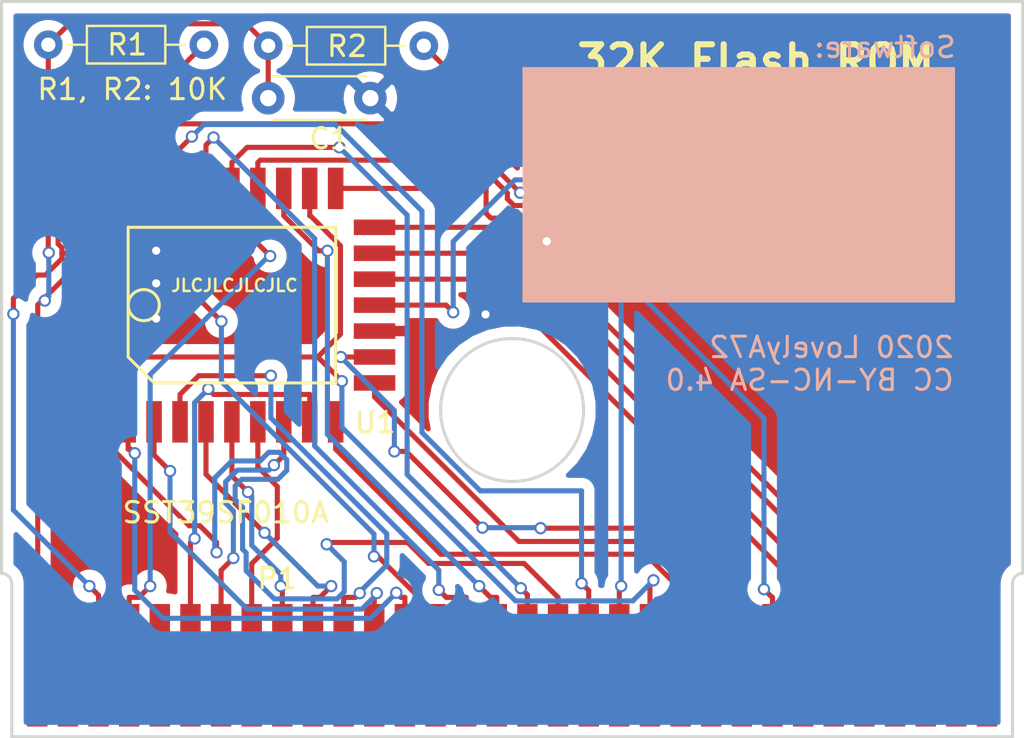
<source format=kicad_pcb>
(kicad_pcb (version 20171130) (host pcbnew "(5.1.6)-1")

  (general
    (thickness 1)
    (drawings 16)
    (tracks 313)
    (zones 0)
    (modules 5)
    (nets 33)
  )

  (page A4)
  (layers
    (0 F.Cu signal)
    (31 B.Cu signal)
    (32 B.Adhes user)
    (33 F.Adhes user)
    (34 B.Paste user)
    (35 F.Paste user)
    (36 B.SilkS user)
    (37 F.SilkS user)
    (38 B.Mask user)
    (39 F.Mask user)
    (40 Dwgs.User user)
    (41 Cmts.User user)
    (42 Eco1.User user)
    (43 Eco2.User user)
    (44 Edge.Cuts user)
    (45 Margin user)
    (46 B.CrtYd user)
    (47 F.CrtYd user)
    (48 B.Fab user)
    (49 F.Fab user)
  )

  (setup
    (last_trace_width 0.25)
    (trace_clearance 0.2)
    (zone_clearance 0.508)
    (zone_45_only no)
    (trace_min 0.2)
    (via_size 0.6)
    (via_drill 0.4)
    (via_min_size 0.4)
    (via_min_drill 0.3)
    (uvia_size 0.3)
    (uvia_drill 0.1)
    (uvias_allowed no)
    (uvia_min_size 0.2)
    (uvia_min_drill 0.1)
    (edge_width 0.15)
    (segment_width 0.2)
    (pcb_text_width 0.3)
    (pcb_text_size 1.5 1.5)
    (mod_edge_width 0.15)
    (mod_text_size 1 1)
    (mod_text_width 0.15)
    (pad_size 1.524 1.524)
    (pad_drill 0.762)
    (pad_to_mask_clearance 0.15)
    (aux_axis_origin 0 0)
    (visible_elements 7FFFFFFF)
    (pcbplotparams
      (layerselection 0x00030_80000001)
      (usegerberextensions false)
      (usegerberattributes false)
      (usegerberadvancedattributes false)
      (creategerberjobfile false)
      (excludeedgelayer true)
      (linewidth 0.100000)
      (plotframeref false)
      (viasonmask false)
      (mode 1)
      (useauxorigin false)
      (hpglpennumber 1)
      (hpglpenspeed 20)
      (hpglpendiameter 15.000000)
      (psnegative false)
      (psa4output false)
      (plotreference true)
      (plotvalue true)
      (plotinvisibletext false)
      (padsonsilk false)
      (subtractmaskfromsilk false)
      (outputformat 4)
      (mirror false)
      (drillshape 0)
      (scaleselection 1)
      (outputdirectory ""))
  )

  (net 0 "")
  (net 1 GND)
  (net 2 D0)
  (net 3 D1)
  (net 4 D2)
  (net 5 D3)
  (net 6 D4)
  (net 7 D5)
  (net 8 D6)
  (net 9 D7)
  (net 10 A0)
  (net 11 A1)
  (net 12 A2)
  (net 13 A3)
  (net 14 A4)
  (net 15 A5)
  (net 16 A6)
  (net 17 A7)
  (net 18 A8)
  (net 19 A9)
  (net 20 A10)
  (net 21 A11)
  (net 22 A12)
  (net 23 A13)
  (net 24 A14)
  (net 25 A15)
  (net 26 ROM_OE)
  (net 27 WE)
  (net 28 RAM_CE)
  (net 29 "Net-(P1-Pad2)")
  (net 30 "Net-(P1-Pad30)")
  (net 31 "Net-(P1-Pad31)")
  (net 32 VCC)

  (net_class Default "Dies ist die voreingestellte Netzklasse."
    (clearance 0.2)
    (trace_width 0.25)
    (via_dia 0.6)
    (via_drill 0.4)
    (uvia_dia 0.3)
    (uvia_drill 0.1)
    (add_net A0)
    (add_net A1)
    (add_net A10)
    (add_net A11)
    (add_net A12)
    (add_net A13)
    (add_net A14)
    (add_net A15)
    (add_net A2)
    (add_net A3)
    (add_net A4)
    (add_net A5)
    (add_net A6)
    (add_net A7)
    (add_net A8)
    (add_net A9)
    (add_net D0)
    (add_net D1)
    (add_net D2)
    (add_net D3)
    (add_net D4)
    (add_net D5)
    (add_net D6)
    (add_net D7)
    (add_net GND)
    (add_net "Net-(P1-Pad2)")
    (add_net "Net-(P1-Pad30)")
    (add_net "Net-(P1-Pad31)")
    (add_net RAM_CE)
    (add_net ROM_OE)
    (add_net VCC)
    (add_net WE)
  )

  (net_class VCC ""
    (clearance 0.2)
    (trace_width 0.5)
    (via_dia 0.6)
    (via_drill 0.4)
    (uvia_dia 0.3)
    (uvia_drill 0.1)
  )

  (module gb_cart_edge:GB_CART_EDGE (layer F.Cu) (tedit 564F984A) (tstamp 569F6157)
    (at 148.75 104.5)
    (path /564F8DA9)
    (fp_text reference P1 (at -11.25 -1.25) (layer F.SilkS)
      (effects (font (size 1 1) (thickness 0.15)))
    )
    (fp_text value GB_CART_CONN (at -6.5 -1) (layer F.Fab)
      (effects (font (size 1 1) (thickness 0.15)))
    )
    (pad 1 connect rect (at -23 3) (size 1 6) (layers F.Cu F.Mask)
      (net 32 VCC))
    (pad 2 connect rect (at -21.5 3) (size 1 6) (layers F.Cu F.Mask)
      (net 29 "Net-(P1-Pad2)"))
    (pad 3 connect rect (at -20 3) (size 1 6) (layers F.Cu F.Mask)
      (net 27 WE))
    (pad 4 connect rect (at -18.5 3) (size 1 6) (layers F.Cu F.Mask)
      (net 26 ROM_OE))
    (pad 5 connect rect (at -17 3) (size 1 6) (layers F.Cu F.Mask)
      (net 28 RAM_CE))
    (pad 6 connect rect (at -15.5 3) (size 1 6) (layers F.Cu F.Mask)
      (net 10 A0))
    (pad 7 connect rect (at -14 3) (size 1 6) (layers F.Cu F.Mask)
      (net 11 A1))
    (pad 8 connect rect (at -12.5 3) (size 1 6) (layers F.Cu F.Mask)
      (net 12 A2))
    (pad 9 connect rect (at -11 3) (size 1 6) (layers F.Cu F.Mask)
      (net 13 A3))
    (pad 10 connect rect (at -9.5 3) (size 1 6) (layers F.Cu F.Mask)
      (net 14 A4))
    (pad 11 connect rect (at -8 3) (size 1 6) (layers F.Cu F.Mask)
      (net 15 A5))
    (pad 12 connect rect (at -6.5 3) (size 1 6) (layers F.Cu F.Mask)
      (net 16 A6))
    (pad 13 connect rect (at -5 3) (size 1 6) (layers F.Cu F.Mask)
      (net 17 A7))
    (pad 14 connect rect (at -3.5 3) (size 1 6) (layers F.Cu F.Mask)
      (net 18 A8))
    (pad 15 connect rect (at -2 3) (size 1 6) (layers F.Cu F.Mask)
      (net 19 A9))
    (pad 16 connect rect (at -0.5 3) (size 1 6) (layers F.Cu F.Mask)
      (net 20 A10))
    (pad 17 connect rect (at 1 3) (size 1 6) (layers F.Cu F.Mask)
      (net 21 A11))
    (pad 18 connect rect (at 2.5 3) (size 1 6) (layers F.Cu F.Mask)
      (net 22 A12))
    (pad 19 connect rect (at 4 3) (size 1 6) (layers F.Cu F.Mask)
      (net 23 A13))
    (pad 20 connect rect (at 5.5 3) (size 1 6) (layers F.Cu F.Mask)
      (net 24 A14))
    (pad 21 connect rect (at 7 3) (size 1 6) (layers F.Cu F.Mask)
      (net 25 A15))
    (pad 22 connect rect (at 8.5 3) (size 1 6) (layers F.Cu F.Mask)
      (net 2 D0))
    (pad 23 connect rect (at 10 3) (size 1 6) (layers F.Cu F.Mask)
      (net 3 D1))
    (pad 24 connect rect (at 11.5 3) (size 1 6) (layers F.Cu F.Mask)
      (net 4 D2))
    (pad 25 connect rect (at 13 3) (size 1 6) (layers F.Cu F.Mask)
      (net 5 D3))
    (pad 26 connect rect (at 14.5 3) (size 1 6) (layers F.Cu F.Mask)
      (net 6 D4))
    (pad 27 connect rect (at 16 3) (size 1 6) (layers F.Cu F.Mask)
      (net 7 D5))
    (pad 28 connect rect (at 17.5 3) (size 1 6) (layers F.Cu F.Mask)
      (net 8 D6))
    (pad 29 connect rect (at 19 3) (size 1 6) (layers F.Cu F.Mask)
      (net 9 D7))
    (pad 30 connect rect (at 20.5 3) (size 1 6) (layers F.Cu F.Mask)
      (net 30 "Net-(P1-Pad30)"))
    (pad 31 connect rect (at 22 3) (size 1 6) (layers F.Cu F.Mask)
      (net 31 "Net-(P1-Pad31)"))
    (pad 32 connect rect (at 23.5 3) (size 1 6) (layers F.Cu F.Mask)
      (net 1 GND))
  )

  (module gb_cart_edge:PLCC-32 (layer F.Cu) (tedit 569FF927) (tstamp 5EC578B9)
    (at 135.28 89.8652 90)
    (descr "Support CMS Plcc 32 pins")
    (tags "CMS Plcc")
    (path /5EC5AC22)
    (attr smd)
    (fp_text reference U1 (at -5.75 7.015) (layer F.SilkS)
      (effects (font (size 1 1) (thickness 0.15)))
    )
    (fp_text value SST39SF010 (at -8.89 0) (layer F.Fab)
      (effects (font (size 1 1) (thickness 0.15)))
    )
    (fp_line (start 3.81 5.08) (end 3.81 -5.08) (layer F.SilkS) (width 0.15))
    (fp_line (start -3.81 5.08) (end 3.81 5.08) (layer F.SilkS) (width 0.15))
    (fp_line (start -3.81 -3.81) (end -3.81 5.08) (layer F.SilkS) (width 0.15))
    (fp_line (start -2.54 -5.08) (end -3.81 -3.81) (layer F.SilkS) (width 0.15))
    (fp_line (start 3.81 -5.08) (end -2.54 -5.08) (layer F.SilkS) (width 0.15))
    (fp_circle (center 0 -4.318) (end 0 -5.08) (layer F.SilkS) (width 0.15))
    (pad 1 smd rect (at 0 -6.985 90) (size 0.762 2.032) (layers F.Cu F.Paste F.Mask)
      (net 1 GND))
    (pad 2 smd rect (at -1.27 -6.985 90) (size 0.762 2.032) (layers F.Cu F.Paste F.Mask)
      (net 1 GND))
    (pad 3 smd rect (at -2.54 -6.985 90) (size 0.762 2.032) (layers F.Cu F.Paste F.Mask)
      (net 25 A15))
    (pad 4 smd rect (at -3.81 -6.985 90) (size 0.762 2.032) (layers F.Cu F.Paste F.Mask)
      (net 22 A12))
    (pad 5 smd rect (at -5.715 -5.08 90) (size 2.032 0.762) (layers F.Cu F.Paste F.Mask)
      (net 17 A7))
    (pad 6 smd rect (at -5.715 -3.81 90) (size 2.032 0.762) (layers F.Cu F.Paste F.Mask)
      (net 16 A6))
    (pad 7 smd rect (at -5.715 -2.54 90) (size 2.032 0.762) (layers F.Cu F.Paste F.Mask)
      (net 15 A5))
    (pad 8 smd rect (at -5.715 -1.27 90) (size 2.032 0.762) (layers F.Cu F.Paste F.Mask)
      (net 14 A4))
    (pad 9 smd rect (at -5.715 0 90) (size 2.032 0.762) (layers F.Cu F.Paste F.Mask)
      (net 13 A3))
    (pad 10 smd rect (at -5.715 1.27 90) (size 2.032 0.762) (layers F.Cu F.Paste F.Mask)
      (net 12 A2))
    (pad 11 smd rect (at -5.715 2.54 90) (size 2.032 0.762) (layers F.Cu F.Paste F.Mask)
      (net 11 A1))
    (pad 12 smd rect (at -5.715 3.81 90) (size 2.032 0.762) (layers F.Cu F.Paste F.Mask)
      (net 10 A0))
    (pad 13 smd rect (at -5.715 5.08 90) (size 2.032 0.762) (layers F.Cu F.Paste F.Mask)
      (net 2 D0))
    (pad 14 smd rect (at -3.81 6.985 90) (size 0.762 2.032) (layers F.Cu F.Paste F.Mask)
      (net 3 D1))
    (pad 15 smd rect (at -2.54 6.985 90) (size 0.762 2.032) (layers F.Cu F.Paste F.Mask)
      (net 4 D2))
    (pad 16 smd rect (at -1.27 6.985 90) (size 0.762 2.032) (layers F.Cu F.Paste F.Mask)
      (net 1 GND))
    (pad 17 smd rect (at 0 6.985 90) (size 0.762 2.032) (layers F.Cu F.Paste F.Mask)
      (net 5 D3))
    (pad 18 smd rect (at 1.27 6.985 90) (size 0.762 2.032) (layers F.Cu F.Paste F.Mask)
      (net 6 D4))
    (pad 19 smd rect (at 2.54 6.985 90) (size 0.762 2.032) (layers F.Cu F.Paste F.Mask)
      (net 7 D5))
    (pad 20 smd rect (at 3.81 6.985 90) (size 0.762 2.032) (layers F.Cu F.Paste F.Mask)
      (net 8 D6))
    (pad 21 smd rect (at 5.715 5.08 90) (size 2.032 0.762) (layers F.Cu F.Paste F.Mask)
      (net 9 D7))
    (pad 22 smd rect (at 5.715 3.81 90) (size 2.032 0.762) (layers F.Cu F.Paste F.Mask)
      (net 25 A15))
    (pad 23 smd rect (at 5.715 2.54 90) (size 2.032 0.762) (layers F.Cu F.Paste F.Mask)
      (net 20 A10))
    (pad 24 smd rect (at 5.715 1.27 90) (size 2.032 0.762) (layers F.Cu F.Paste F.Mask)
      (net 26 ROM_OE))
    (pad 25 smd rect (at 5.715 0 90) (size 2.032 0.762) (layers F.Cu F.Paste F.Mask)
      (net 21 A11))
    (pad 26 smd rect (at 5.715 -1.27 90) (size 2.032 0.762) (layers F.Cu F.Paste F.Mask)
      (net 19 A9))
    (pad 27 smd rect (at 5.715 -2.54 90) (size 2.032 0.762) (layers F.Cu F.Paste F.Mask)
      (net 18 A8))
    (pad 28 smd rect (at 5.715 -3.81 90) (size 2.032 0.762) (layers F.Cu F.Paste F.Mask)
      (net 23 A13))
    (pad 29 smd rect (at 5.715 -5.08 90) (size 2.032 0.762) (layers F.Cu F.Paste F.Mask)
      (net 24 A14))
    (pad 30 smd rect (at 3.81 -6.985 90) (size 0.762 2.032) (layers F.Cu F.Paste F.Mask)
      (net 1 GND))
    (pad 31 smd rect (at 2.54 -6.985 90) (size 0.762 2.032) (layers F.Cu F.Paste F.Mask)
      (net 27 WE))
    (pad 32 smd rect (at 1.27 -6.985 90) (size 0.762 2.032) (layers F.Cu F.Paste F.Mask)
      (net 32 VCC))
  )

  (module Resistor_THT:R_Axial_DIN0204_L3.6mm_D1.6mm_P7.62mm_Horizontal (layer F.Cu) (tedit 5AE5139B) (tstamp 5EC5EC1A)
    (at 126.2888 77.1144)
    (descr "Resistor, Axial_DIN0204 series, Axial, Horizontal, pin pitch=7.62mm, 0.167W, length*diameter=3.6*1.6mm^2, http://cdn-reichelt.de/documents/datenblatt/B400/1_4W%23YAG.pdf")
    (tags "Resistor Axial_DIN0204 series Axial Horizontal pin pitch 7.62mm 0.167W length 3.6mm diameter 1.6mm")
    (path /5EC593A4)
    (fp_text reference R1 (at 3.8608 0) (layer F.SilkS)
      (effects (font (size 1 1) (thickness 0.15)))
    )
    (fp_text value 10K (at 3.81 1.92) (layer F.Fab)
      (effects (font (size 1 1) (thickness 0.15)))
    )
    (fp_line (start 8.57 -1.05) (end -0.95 -1.05) (layer F.CrtYd) (width 0.05))
    (fp_line (start 8.57 1.05) (end 8.57 -1.05) (layer F.CrtYd) (width 0.05))
    (fp_line (start -0.95 1.05) (end 8.57 1.05) (layer F.CrtYd) (width 0.05))
    (fp_line (start -0.95 -1.05) (end -0.95 1.05) (layer F.CrtYd) (width 0.05))
    (fp_line (start 6.68 0) (end 5.73 0) (layer F.SilkS) (width 0.12))
    (fp_line (start 0.94 0) (end 1.89 0) (layer F.SilkS) (width 0.12))
    (fp_line (start 5.73 -0.92) (end 1.89 -0.92) (layer F.SilkS) (width 0.12))
    (fp_line (start 5.73 0.92) (end 5.73 -0.92) (layer F.SilkS) (width 0.12))
    (fp_line (start 1.89 0.92) (end 5.73 0.92) (layer F.SilkS) (width 0.12))
    (fp_line (start 1.89 -0.92) (end 1.89 0.92) (layer F.SilkS) (width 0.12))
    (fp_line (start 7.62 0) (end 5.61 0) (layer F.Fab) (width 0.1))
    (fp_line (start 0 0) (end 2.01 0) (layer F.Fab) (width 0.1))
    (fp_line (start 5.61 -0.8) (end 2.01 -0.8) (layer F.Fab) (width 0.1))
    (fp_line (start 5.61 0.8) (end 5.61 -0.8) (layer F.Fab) (width 0.1))
    (fp_line (start 2.01 0.8) (end 5.61 0.8) (layer F.Fab) (width 0.1))
    (fp_line (start 2.01 -0.8) (end 2.01 0.8) (layer F.Fab) (width 0.1))
    (fp_text user %R (at 3.81 0 90) (layer F.Fab)
      (effects (font (size 0.72 0.72) (thickness 0.108)))
    )
    (pad 1 thru_hole circle (at 0 0) (size 1.4 1.4) (drill 0.7) (layers *.Cu *.Mask)
      (net 32 VCC))
    (pad 2 thru_hole oval (at 7.62 0) (size 1.4 1.4) (drill 0.7) (layers *.Cu *.Mask)
      (net 27 WE))
    (model ${KISYS3DMOD}/Resistor_THT.3dshapes/R_Axial_DIN0204_L3.6mm_D1.6mm_P7.62mm_Horizontal.wrl
      (at (xyz 0 0 0))
      (scale (xyz 1 1 1))
      (rotate (xyz 0 0 0))
    )
  )

  (module Resistor_THT:R_Axial_DIN0204_L3.6mm_D1.6mm_P7.62mm_Horizontal (layer F.Cu) (tedit 5AE5139B) (tstamp 5EC5EC31)
    (at 137.0584 77.1652)
    (descr "Resistor, Axial_DIN0204 series, Axial, Horizontal, pin pitch=7.62mm, 0.167W, length*diameter=3.6*1.6mm^2, http://cdn-reichelt.de/documents/datenblatt/B400/1_4W%23YAG.pdf")
    (tags "Resistor Axial_DIN0204 series Axial Horizontal pin pitch 7.62mm 0.167W length 3.6mm diameter 1.6mm")
    (path /5EC5A39D)
    (fp_text reference R2 (at 3.8608 0.0254) (layer F.SilkS)
      (effects (font (size 1 1) (thickness 0.15)))
    )
    (fp_text value 10K (at 10.3886 -0.1016) (layer F.Fab)
      (effects (font (size 1 1) (thickness 0.15)))
    )
    (fp_line (start 2.01 -0.8) (end 2.01 0.8) (layer F.Fab) (width 0.1))
    (fp_line (start 2.01 0.8) (end 5.61 0.8) (layer F.Fab) (width 0.1))
    (fp_line (start 5.61 0.8) (end 5.61 -0.8) (layer F.Fab) (width 0.1))
    (fp_line (start 5.61 -0.8) (end 2.01 -0.8) (layer F.Fab) (width 0.1))
    (fp_line (start 0 0) (end 2.01 0) (layer F.Fab) (width 0.1))
    (fp_line (start 7.62 0) (end 5.61 0) (layer F.Fab) (width 0.1))
    (fp_line (start 1.89 -0.92) (end 1.89 0.92) (layer F.SilkS) (width 0.12))
    (fp_line (start 1.89 0.92) (end 5.73 0.92) (layer F.SilkS) (width 0.12))
    (fp_line (start 5.73 0.92) (end 5.73 -0.92) (layer F.SilkS) (width 0.12))
    (fp_line (start 5.73 -0.92) (end 1.89 -0.92) (layer F.SilkS) (width 0.12))
    (fp_line (start 0.94 0) (end 1.89 0) (layer F.SilkS) (width 0.12))
    (fp_line (start 6.68 0) (end 5.73 0) (layer F.SilkS) (width 0.12))
    (fp_line (start -0.95 -1.05) (end -0.95 1.05) (layer F.CrtYd) (width 0.05))
    (fp_line (start -0.95 1.05) (end 8.57 1.05) (layer F.CrtYd) (width 0.05))
    (fp_line (start 8.57 1.05) (end 8.57 -1.05) (layer F.CrtYd) (width 0.05))
    (fp_line (start 8.57 -1.05) (end -0.95 -1.05) (layer F.CrtYd) (width 0.05))
    (fp_text user %R (at 3.81 0) (layer F.Fab)
      (effects (font (size 0.72 0.72) (thickness 0.108)))
    )
    (pad 2 thru_hole oval (at 7.62 0) (size 1.4 1.4) (drill 0.7) (layers *.Cu *.Mask)
      (net 26 ROM_OE))
    (pad 1 thru_hole circle (at 0 0) (size 1.4 1.4) (drill 0.7) (layers *.Cu *.Mask)
      (net 32 VCC))
    (model ${KISYS3DMOD}/Resistor_THT.3dshapes/R_Axial_DIN0204_L3.6mm_D1.6mm_P7.62mm_Horizontal.wrl
      (at (xyz 0 0 0))
      (scale (xyz 1 1 1))
      (rotate (xyz 0 0 0))
    )
  )

  (module Capacitor_THT:C_Disc_D4.3mm_W1.9mm_P5.00mm (layer F.Cu) (tedit 5AE50EF0) (tstamp 5EC5F1CA)
    (at 137.0584 79.7306)
    (descr "C, Disc series, Radial, pin pitch=5.00mm, , diameter*width=4.3*1.9mm^2, Capacitor, http://www.vishay.com/docs/45233/krseries.pdf")
    (tags "C Disc series Radial pin pitch 5.00mm  diameter 4.3mm width 1.9mm Capacitor")
    (path /5EC5FE04)
    (fp_text reference C1 (at 2.9972 1.9812) (layer F.SilkS)
      (effects (font (size 1 1) (thickness 0.15)))
    )
    (fp_text value 100n (at 2.5 2.2) (layer F.Fab)
      (effects (font (size 1 1) (thickness 0.15)))
    )
    (fp_line (start 6.05 -1.2) (end -1.05 -1.2) (layer F.CrtYd) (width 0.05))
    (fp_line (start 6.05 1.2) (end 6.05 -1.2) (layer F.CrtYd) (width 0.05))
    (fp_line (start -1.05 1.2) (end 6.05 1.2) (layer F.CrtYd) (width 0.05))
    (fp_line (start -1.05 -1.2) (end -1.05 1.2) (layer F.CrtYd) (width 0.05))
    (fp_line (start 4.77 1.055) (end 4.77 1.07) (layer F.SilkS) (width 0.12))
    (fp_line (start 4.77 -1.07) (end 4.77 -1.055) (layer F.SilkS) (width 0.12))
    (fp_line (start 0.23 1.055) (end 0.23 1.07) (layer F.SilkS) (width 0.12))
    (fp_line (start 0.23 -1.07) (end 0.23 -1.055) (layer F.SilkS) (width 0.12))
    (fp_line (start 0.23 1.07) (end 4.77 1.07) (layer F.SilkS) (width 0.12))
    (fp_line (start 0.23 -1.07) (end 4.77 -1.07) (layer F.SilkS) (width 0.12))
    (fp_line (start 4.65 -0.95) (end 0.35 -0.95) (layer F.Fab) (width 0.1))
    (fp_line (start 4.65 0.95) (end 4.65 -0.95) (layer F.Fab) (width 0.1))
    (fp_line (start 0.35 0.95) (end 4.65 0.95) (layer F.Fab) (width 0.1))
    (fp_line (start 0.35 -0.95) (end 0.35 0.95) (layer F.Fab) (width 0.1))
    (fp_text user %R (at 2.5 0) (layer F.Fab)
      (effects (font (size 0.86 0.86) (thickness 0.129)))
    )
    (pad 1 thru_hole circle (at 0 0) (size 1.6 1.6) (drill 0.8) (layers *.Cu *.Mask)
      (net 32 VCC))
    (pad 2 thru_hole circle (at 5 0) (size 1.6 1.6) (drill 0.8) (layers *.Cu *.Mask)
      (net 1 GND))
    (model ${KISYS3DMOD}/Capacitor_THT.3dshapes/C_Disc_D4.3mm_W1.9mm_P5.00mm.wrl
      (at (xyz 0 0 0))
      (scale (xyz 1 1 1))
      (rotate (xyz 0 0 0))
    )
  )

  (gr_text "2020 LovelyA72\nCC BY-NC-SA 4.0" (at 170.7134 92.7354) (layer B.SilkS)
    (effects (font (size 1 1) (thickness 0.15)) (justify left mirror))
  )
  (gr_text "R1, R2: 10K" (at 130.4036 79.2988) (layer F.SilkS)
    (effects (font (size 1 1) (thickness 0.15)))
  )
  (gr_text Software: (at 167.259 77.2414) (layer B.SilkS)
    (effects (font (size 1 1) (thickness 0.15)) (justify mirror))
  )
  (gr_poly (pts (xy 170.6372 89.6874) (xy 149.5552 89.6874) (xy 149.5552 78.2574) (xy 170.6372 78.2574)) (layer B.SilkS) (width 0.1))
  (gr_text JLCJLCJLCJLC (at 135.4074 88.9) (layer F.SilkS)
    (effects (font (size 0.6 0.6) (thickness 0.125)))
  )
  (gr_text "SST39SF010A\n" (at 134.9756 100.0252) (layer F.SilkS)
    (effects (font (size 1 1) (thickness 0.15)))
  )
  (gr_text "32K Flash ROM\nbeta 1.0" (at 152.019 79.121) (layer F.SilkS)
    (effects (font (size 1.5 1.5) (thickness 0.3)) (justify left))
  )
  (gr_arc (start 174 103.5) (end 173.5 103.5) (angle 90) (layer Edge.Cuts) (width 0.15))
  (gr_arc (start 124 103.5) (end 124 103) (angle 90) (layer Edge.Cuts) (width 0.15))
  (gr_line (start 174 75) (end 174 103) (layer Edge.Cuts) (width 0.15))
  (gr_line (start 173.5 111) (end 173.5 103.5) (layer Edge.Cuts) (width 0.15))
  (gr_line (start 124.5 111) (end 173.5 111) (layer Edge.Cuts) (width 0.15))
  (gr_line (start 124.5 103.5) (end 124.5 111) (layer Edge.Cuts) (width 0.15))
  (gr_line (start 124 75) (end 124 103) (layer Edge.Cuts) (width 0.15))
  (gr_circle (center 149 95) (end 152.5 95) (layer Edge.Cuts) (width 0.15))
  (gr_line (start 174 75) (end 124 75) (angle 90) (layer Edge.Cuts) (width 0.15))

  (segment (start 172.25 103.0629) (end 172.25 107.5) (width 0.25) (layer F.Cu) (net 1))
  (via (at 131.572 87.1982) (size 0.6) (drill 0.4) (layers F.Cu B.Cu) (net 1))
  (via (at 131.572 90.5256) (size 0.6) (drill 0.4) (layers F.Cu B.Cu) (net 1))
  (via (at 131.572 88.7984) (size 0.6) (drill 0.4) (layers F.Cu B.Cu) (net 1))
  (via (at 147.701 90.3224) (size 0.6) (drill 0.4) (layers F.Cu B.Cu) (net 1))
  (via (at 150.6982 86.741) (size 0.6) (drill 0.4) (layers F.Cu B.Cu) (net 1))
  (segment (start 157.25 104.1747) (end 157.25 103.7831) (width 0.25) (layer F.Cu) (net 2))
  (segment (start 157.25 103.7831) (end 155.531 102.0641) (width 0.25) (layer F.Cu) (net 2))
  (segment (start 155.531 102.0641) (end 145.5026 102.0641) (width 0.25) (layer F.Cu) (net 2))
  (segment (start 145.5026 102.0641) (end 140.36 96.9215) (width 0.25) (layer F.Cu) (net 2))
  (segment (start 140.36 95.5802) (end 140.36 96.9215) (width 0.25) (layer F.Cu) (net 2))
  (segment (start 157.25 107.5) (end 157.25 104.1747) (width 0.25) (layer F.Cu) (net 2))
  (segment (start 158.75 107.5) (end 158.75 104.1747) (width 0.25) (layer F.Cu) (net 3))
  (segment (start 158.75 104.1747) (end 156.0126 101.4373) (width 0.25) (layer F.Cu) (net 3))
  (segment (start 156.0126 101.4373) (end 149.3344 101.4373) (width 0.25) (layer F.Cu) (net 3))
  (segment (start 149.3344 101.4373) (end 142.265 94.3679) (width 0.25) (layer F.Cu) (net 3))
  (segment (start 142.265 94.3679) (end 142.265 93.6752) (width 0.25) (layer F.Cu) (net 3))
  (via (at 140.6144 92.4052) (size 0.6) (drill 0.4) (layers F.Cu B.Cu) (net 4))
  (segment (start 141.605 92.4052) (end 142.265 92.4052) (width 0.25) (layer F.Cu) (net 4))
  (via (at 143.2352 97.028) (size 0.6) (drill 0.4) (layers F.Cu B.Cu) (net 4))
  (via (at 147.5486 100.7618) (size 0.6) (drill 0.4) (layers F.Cu B.Cu) (net 4))
  (segment (start 143.2352 97.028) (end 143.8148 97.028) (width 0.25) (layer F.Cu) (net 4))
  (segment (start 143.8148 97.028) (end 147.5486 100.7618) (width 0.25) (layer F.Cu) (net 4))
  (via (at 150.3934 100.7872) (size 0.6) (drill 0.4) (layers F.Cu B.Cu) (net 4))
  (segment (start 147.5486 100.7618) (end 150.368 100.7618) (width 0.25) (layer B.Cu) (net 4))
  (segment (start 150.368 100.7618) (end 150.3934 100.7872) (width 0.25) (layer B.Cu) (net 4))
  (segment (start 160.25 104.25) (end 160.25 107.5) (width 0.25) (layer F.Cu) (net 4))
  (segment (start 156.7872 100.7872) (end 160.25 104.25) (width 0.25) (layer F.Cu) (net 4))
  (segment (start 150.3934 100.7872) (end 156.7872 100.7872) (width 0.25) (layer F.Cu) (net 4))
  (segment (start 142.265 92.4052) (end 140.6144 92.4052) (width 0.25) (layer F.Cu) (net 4))
  (segment (start 143.2352 95.026) (end 143.2352 97.028) (width 0.25) (layer B.Cu) (net 4))
  (segment (start 140.6144 92.4052) (end 143.2352 95.026) (width 0.25) (layer B.Cu) (net 4))
  (segment (start 161.75 107.5) (end 161.75 104.1747) (width 0.25) (layer F.Cu) (net 5))
  (segment (start 161.332 103.7755) (end 161.7312 104.1747) (width 0.25) (layer F.Cu) (net 5))
  (segment (start 161.7312 104.1747) (end 161.75 104.1747) (width 0.25) (layer F.Cu) (net 5))
  (segment (start 146.1174 90.2147) (end 146.1174 86.7526) (width 0.25) (layer B.Cu) (net 5))
  (segment (start 146.1174 86.7526) (end 149.1384 83.7316) (width 0.25) (layer B.Cu) (net 5))
  (segment (start 149.1384 83.7316) (end 149.651 83.7316) (width 0.25) (layer B.Cu) (net 5))
  (segment (start 149.651 83.7316) (end 161.332 95.4126) (width 0.25) (layer B.Cu) (net 5))
  (segment (start 161.332 95.4126) (end 161.332 103.7755) (width 0.25) (layer B.Cu) (net 5))
  (segment (start 142.265 89.8652) (end 145.7679 89.8652) (width 0.25) (layer F.Cu) (net 5))
  (segment (start 145.7679 89.8652) (end 146.1174 90.2147) (width 0.25) (layer F.Cu) (net 5))
  (via (at 161.332 103.7755) (size 0.6) (layers F.Cu B.Cu) (net 5))
  (via (at 146.1174 90.2147) (size 0.6) (layers F.Cu B.Cu) (net 5))
  (segment (start 142.265 88.5952) (end 148.0099 88.5952) (width 0.25) (layer F.Cu) (net 6))
  (segment (start 148.0099 88.5952) (end 163.25 103.8353) (width 0.25) (layer F.Cu) (net 6))
  (segment (start 163.25 103.8353) (end 163.25 107.5) (width 0.25) (layer F.Cu) (net 6))
  (segment (start 164.75 107.5) (end 164.75 104.1747) (width 0.25) (layer F.Cu) (net 7))
  (segment (start 142.265 87.3252) (end 147.9005 87.3252) (width 0.25) (layer F.Cu) (net 7))
  (segment (start 147.9005 87.3252) (end 164.75 104.1747) (width 0.25) (layer F.Cu) (net 7))
  (segment (start 148.0552 86.0552) (end 142.265 86.0552) (width 0.25) (layer F.Cu) (net 8))
  (segment (start 166.25 104.25) (end 148.0552 86.0552) (width 0.25) (layer F.Cu) (net 8))
  (segment (start 166.25 107.5) (end 166.25 104.25) (width 0.25) (layer F.Cu) (net 8))
  (segment (start 167.75 104.7326) (end 167.75 107.5) (width 0.25) (layer F.Cu) (net 9))
  (segment (start 166.624 103.7844) (end 167.6146 103.7844) (width 0.25) (layer F.Cu) (net 9))
  (segment (start 147.7255 84.1502) (end 147.7255 85.3703) (width 0.25) (layer F.Cu) (net 9))
  (segment (start 167.75 103.9198) (end 167.75 107.5) (width 0.25) (layer F.Cu) (net 9))
  (segment (start 148.44479 85.60519) (end 166.624 103.7844) (width 0.25) (layer F.Cu) (net 9))
  (segment (start 140.36 84.1502) (end 147.7255 84.1502) (width 0.25) (layer F.Cu) (net 9))
  (segment (start 147.96039 85.60519) (end 148.44479 85.60519) (width 0.25) (layer F.Cu) (net 9))
  (segment (start 167.6146 103.7844) (end 167.75 103.9198) (width 0.25) (layer F.Cu) (net 9))
  (segment (start 147.7255 85.3703) (end 147.96039 85.60519) (width 0.25) (layer F.Cu) (net 9))
  (segment (start 139.09 95.5802) (end 139.09 94.2389) (width 0.25) (layer F.Cu) (net 10))
  (segment (start 133.4535 101.2937) (end 133.25 101.4972) (width 0.25) (layer F.Cu) (net 10))
  (segment (start 133.25 101.4972) (end 133.25 107.5) (width 0.25) (layer F.Cu) (net 10))
  (segment (start 134.123 93.9711) (end 133.4535 94.6406) (width 0.25) (layer B.Cu) (net 10))
  (segment (start 133.4535 94.6406) (end 133.4535 101.2937) (width 0.25) (layer B.Cu) (net 10))
  (segment (start 139.09 94.2389) (end 134.3908 94.2389) (width 0.25) (layer F.Cu) (net 10))
  (segment (start 134.3908 94.2389) (end 134.123 93.9711) (width 0.25) (layer F.Cu) (net 10))
  (via (at 133.4535 101.2937) (size 0.6) (layers F.Cu B.Cu) (net 10))
  (via (at 134.123 93.9711) (size 0.6) (layers F.Cu B.Cu) (net 10))
  (segment (start 137.3403 97.6982) (end 137.82 97.2185) (width 0.25) (layer F.Cu) (net 11))
  (segment (start 137.82 97.2185) (end 137.82 95.5802) (width 0.25) (layer F.Cu) (net 11))
  (segment (start 135.3517 102.2489) (end 135.3517 99.9453) (width 0.25) (layer B.Cu) (net 11))
  (segment (start 135.3517 99.9453) (end 134.9748 99.5684) (width 0.25) (layer B.Cu) (net 11))
  (segment (start 134.9748 99.5684) (end 134.9748 98.513) (width 0.25) (layer B.Cu) (net 11))
  (segment (start 134.9748 98.513) (end 135.5444 97.9434) (width 0.25) (layer B.Cu) (net 11))
  (segment (start 135.5444 97.9434) (end 137.0951 97.9434) (width 0.25) (layer B.Cu) (net 11))
  (segment (start 137.0951 97.9434) (end 137.3403 97.6982) (width 0.25) (layer B.Cu) (net 11))
  (segment (start 134.75 107.5) (end 134.75 102.8506) (width 0.25) (layer F.Cu) (net 11))
  (segment (start 134.75 102.8506) (end 135.3517 102.2489) (width 0.25) (layer F.Cu) (net 11))
  (via (at 137.3403 97.6982) (size 0.6) (layers F.Cu B.Cu) (net 11))
  (via (at 135.3517 102.2489) (size 0.6) (layers F.Cu B.Cu) (net 11))
  (segment (start 136.55 96.9215) (end 136.55 97.7922) (width 0.25) (layer F.Cu) (net 12))
  (segment (start 136.55 97.7922) (end 137.5037 98.7459) (width 0.25) (layer F.Cu) (net 12))
  (segment (start 137.5037 98.7459) (end 137.5037 101.2719) (width 0.25) (layer F.Cu) (net 12))
  (segment (start 137.5037 101.2719) (end 136.25 102.5256) (width 0.25) (layer F.Cu) (net 12))
  (segment (start 136.25 102.5256) (end 136.25 107.5) (width 0.25) (layer F.Cu) (net 12))
  (segment (start 136.55 95.5802) (end 136.55 96.9215) (width 0.25) (layer F.Cu) (net 12))
  (segment (start 137.67 103.6229) (end 137.67 103.0459) (width 0.25) (layer B.Cu) (net 13))
  (segment (start 137.67 103.0459) (end 136.253 101.6289) (width 0.25) (layer B.Cu) (net 13))
  (segment (start 136.253 101.6289) (end 136.253 99.2036) (width 0.25) (layer B.Cu) (net 13))
  (segment (start 136.253 99.2036) (end 136.0685 99.0191) (width 0.25) (layer B.Cu) (net 13))
  (segment (start 135.28 95.5802) (end 135.28 98.2306) (width 0.25) (layer F.Cu) (net 13))
  (segment (start 135.28 98.2306) (end 136.0685 99.0191) (width 0.25) (layer F.Cu) (net 13))
  (segment (start 137.67 103.6229) (end 137.75 103.7029) (width 0.25) (layer F.Cu) (net 13))
  (segment (start 137.75 103.7029) (end 137.75 107.5) (width 0.25) (layer F.Cu) (net 13))
  (via (at 137.67 103.6229) (size 0.6) (layers F.Cu B.Cu) (net 13))
  (via (at 136.0685 99.0191) (size 0.6) (layers F.Cu B.Cu) (net 13))
  (segment (start 140.1415 103.6229) (end 139.4885 103.6229) (width 0.25) (layer B.Cu) (net 14))
  (segment (start 139.4885 103.6229) (end 136.8784 101.0128) (width 0.25) (layer B.Cu) (net 14))
  (segment (start 134.01 95.5802) (end 134.01 98.1444) (width 0.25) (layer F.Cu) (net 14))
  (segment (start 134.01 98.1444) (end 136.8784 101.0128) (width 0.25) (layer F.Cu) (net 14))
  (segment (start 139.25 107.5) (end 139.25 104.1747) (width 0.25) (layer F.Cu) (net 14))
  (segment (start 140.1415 103.6229) (end 139.5897 104.1747) (width 0.25) (layer F.Cu) (net 14))
  (segment (start 139.5897 104.1747) (end 139.25 104.1747) (width 0.25) (layer F.Cu) (net 14))
  (via (at 140.1415 103.6229) (size 0.6) (layers F.Cu B.Cu) (net 14))
  (via (at 136.8784 101.0128) (size 0.6) (layers F.Cu B.Cu) (net 14))
  (segment (start 141.5415 103.9677) (end 141.5415 103.9137) (width 0.25) (layer B.Cu) (net 15))
  (segment (start 141.5415 103.9137) (end 142.8618 102.5934) (width 0.25) (layer B.Cu) (net 15))
  (segment (start 142.8618 102.5934) (end 142.8618 101.0615) (width 0.25) (layer B.Cu) (net 15))
  (segment (start 142.8618 101.0615) (end 137.1885 95.3882) (width 0.25) (layer B.Cu) (net 15))
  (segment (start 137.1885 95.3882) (end 137.1885 93.322) (width 0.25) (layer B.Cu) (net 15))
  (segment (start 140.75 107.5) (end 140.75 104.1747) (width 0.25) (layer F.Cu) (net 15))
  (segment (start 132.74 95.5802) (end 132.74 94.2389) (width 0.25) (layer F.Cu) (net 15))
  (segment (start 137.1885 93.322) (end 133.6569 93.322) (width 0.25) (layer F.Cu) (net 15))
  (segment (start 133.6569 93.322) (end 132.74 94.2389) (width 0.25) (layer F.Cu) (net 15))
  (segment (start 140.75 104.1747) (end 141.3345 104.1747) (width 0.25) (layer F.Cu) (net 15))
  (segment (start 141.3345 104.1747) (end 141.5415 103.9677) (width 0.25) (layer F.Cu) (net 15))
  (via (at 137.1885 93.322) (size 0.6) (layers F.Cu B.Cu) (net 15))
  (via (at 141.5415 103.9677) (size 0.6) (layers F.Cu B.Cu) (net 15))
  (segment (start 132.2505 97.9876) (end 132.2505 100.975) (width 0.25) (layer B.Cu) (net 16))
  (segment (start 132.2505 100.975) (end 136.0251 104.7496) (width 0.25) (layer B.Cu) (net 16))
  (segment (start 136.0251 104.7496) (end 141.644 104.7496) (width 0.25) (layer B.Cu) (net 16))
  (segment (start 141.644 104.7496) (end 142.3738 104.0198) (width 0.25) (layer B.Cu) (net 16))
  (segment (start 142.3738 104.0198) (end 142.3738 103.9657) (width 0.25) (layer B.Cu) (net 16))
  (segment (start 132.2505 97.9876) (end 131.47 97.2071) (width 0.25) (layer F.Cu) (net 16))
  (segment (start 131.47 97.2071) (end 131.47 95.5802) (width 0.25) (layer F.Cu) (net 16))
  (segment (start 142.25 107.5) (end 142.25 104.0895) (width 0.25) (layer F.Cu) (net 16))
  (segment (start 142.25 104.0895) (end 142.3738 103.9657) (width 0.25) (layer F.Cu) (net 16))
  (via (at 132.2505 97.9876) (size 0.6) (layers F.Cu B.Cu) (net 16))
  (via (at 142.3738 103.9657) (size 0.6) (layers F.Cu B.Cu) (net 16))
  (segment (start 130.2 95.5802) (end 130.2 96.9215) (width 0.25) (layer F.Cu) (net 17))
  (segment (start 143.75 107.5) (end 143.75 104.1747) (width 0.25) (layer F.Cu) (net 17))
  (segment (start 143.3288 103.9497) (end 143.5538 104.1747) (width 0.25) (layer F.Cu) (net 17))
  (segment (start 143.5538 104.1747) (end 143.75 104.1747) (width 0.25) (layer F.Cu) (net 17))
  (segment (start 130.5226 97.1187) (end 130.5226 103.8177) (width 0.25) (layer B.Cu) (net 17))
  (segment (start 130.5226 103.8177) (end 131.9049 105.2) (width 0.25) (layer B.Cu) (net 17))
  (segment (start 131.9049 105.2) (end 142.0785 105.2) (width 0.25) (layer B.Cu) (net 17))
  (segment (start 142.0785 105.2) (end 143.3288 103.9497) (width 0.25) (layer B.Cu) (net 17))
  (segment (start 130.2 96.9215) (end 130.3254 96.9215) (width 0.25) (layer F.Cu) (net 17))
  (segment (start 130.3254 96.9215) (end 130.5226 97.1187) (width 0.25) (layer F.Cu) (net 17))
  (via (at 143.3288 103.9497) (size 0.6) (layers F.Cu B.Cu) (net 17))
  (via (at 130.5226 97.1187) (size 0.6) (layers F.Cu B.Cu) (net 17))
  (segment (start 142.2364 102.1695) (end 142.2364 101.073) (width 0.25) (layer B.Cu) (net 18))
  (segment (start 142.2364 101.073) (end 134.7656 93.6022) (width 0.25) (layer B.Cu) (net 18))
  (segment (start 134.7656 93.6022) (end 134.7656 90.6607) (width 0.25) (layer B.Cu) (net 18))
  (segment (start 145.25 107.5) (end 145.25 104.9865) (width 0.25) (layer F.Cu) (net 18))
  (segment (start 145.25 104.9865) (end 142.433 102.1695) (width 0.25) (layer F.Cu) (net 18))
  (segment (start 142.433 102.1695) (end 142.2364 102.1695) (width 0.25) (layer F.Cu) (net 18))
  (segment (start 132.74 84.1502) (end 132.74 88.6351) (width 0.25) (layer F.Cu) (net 18))
  (segment (start 132.74 88.6351) (end 134.7656 90.6607) (width 0.25) (layer F.Cu) (net 18))
  (via (at 142.2364 102.1695) (size 0.6) (layers F.Cu B.Cu) (net 18))
  (via (at 134.7656 90.6607) (size 0.6) (layers F.Cu B.Cu) (net 18))
  (segment (start 146.75 107.5) (end 146.75 104.1747) (width 0.25) (layer F.Cu) (net 19))
  (segment (start 134.3808 81.6559) (end 134.01 82.0267) (width 0.25) (layer F.Cu) (net 19))
  (segment (start 134.01 82.0267) (end 134.01 84.1502) (width 0.25) (layer F.Cu) (net 19))
  (segment (start 145.4105 103.8101) (end 145.4105 102.8422) (width 0.25) (layer B.Cu) (net 19))
  (segment (start 145.4105 102.8422) (end 139.3316 96.7633) (width 0.25) (layer B.Cu) (net 19))
  (segment (start 139.3316 96.7633) (end 139.3316 86.6067) (width 0.25) (layer B.Cu) (net 19))
  (segment (start 139.3316 86.6067) (end 134.3808 81.6559) (width 0.25) (layer B.Cu) (net 19))
  (segment (start 146.75 104.1747) (end 145.7751 104.1747) (width 0.25) (layer F.Cu) (net 19))
  (segment (start 145.7751 104.1747) (end 145.4105 103.8101) (width 0.25) (layer F.Cu) (net 19))
  (via (at 134.3808 81.6559) (size 0.6) (layers F.Cu B.Cu) (net 19))
  (via (at 145.4105 103.8101) (size 0.6) (layers F.Cu B.Cu) (net 19))
  (segment (start 139.957 87.2047) (end 139.5332 87.2047) (width 0.25) (layer F.Cu) (net 20))
  (segment (start 139.5332 87.2047) (end 137.82 85.4915) (width 0.25) (layer F.Cu) (net 20))
  (segment (start 147.387 103.6229) (end 139.957 96.1929) (width 0.25) (layer B.Cu) (net 20))
  (segment (start 139.957 96.1929) (end 139.957 87.2047) (width 0.25) (layer B.Cu) (net 20))
  (segment (start 137.82 84.1502) (end 137.82 85.4915) (width 0.25) (layer F.Cu) (net 20))
  (segment (start 148.25 107.5) (end 148.25 104.1747) (width 0.25) (layer F.Cu) (net 20))
  (segment (start 147.387 103.6229) (end 147.9388 104.1747) (width 0.25) (layer F.Cu) (net 20))
  (segment (start 147.9388 104.1747) (end 148.25 104.1747) (width 0.25) (layer F.Cu) (net 20))
  (via (at 147.387 103.6229) (size 0.6) (layers F.Cu B.Cu) (net 20))
  (via (at 139.957 87.2047) (size 0.6) (layers F.Cu B.Cu) (net 20))
  (segment (start 149.75 107.5) (end 149.75 104.0477) (width 0.25) (layer F.Cu) (net 21))
  (segment (start 149.75 104.0477) (end 149.426 103.7237) (width 0.25) (layer F.Cu) (net 21))
  (segment (start 140.5445 82.1415) (end 143.8602 85.4572) (width 0.25) (layer B.Cu) (net 21))
  (segment (start 143.8602 85.4572) (end 143.8602 98.1579) (width 0.25) (layer B.Cu) (net 21))
  (segment (start 143.8602 98.1579) (end 149.426 103.7237) (width 0.25) (layer B.Cu) (net 21))
  (via (at 149.426 103.7237) (size 0.6) (layers F.Cu B.Cu) (net 21))
  (via (at 140.5445 82.1415) (size 0.6) (layers F.Cu B.Cu) (net 21))
  (segment (start 136.0227 82.1415) (end 140.5445 82.1415) (width 0.25) (layer F.Cu) (net 21))
  (segment (start 135.28 82.8842) (end 136.0227 82.1415) (width 0.25) (layer F.Cu) (net 21))
  (segment (start 135.28 84.1502) (end 135.28 82.8842) (width 0.25) (layer F.Cu) (net 21))
  (segment (start 134.5276 101.9675) (end 134.5276 101.4834) (width 0.25) (layer F.Cu) (net 22))
  (segment (start 134.5276 101.4834) (end 133.7126 100.6684) (width 0.25) (layer F.Cu) (net 22))
  (segment (start 133.7126 100.6684) (end 133.188 100.6684) (width 0.25) (layer F.Cu) (net 22))
  (segment (start 133.188 100.6684) (end 128.295 95.7754) (width 0.25) (layer F.Cu) (net 22))
  (segment (start 128.295 95.7754) (end 128.295 93.6752) (width 0.25) (layer F.Cu) (net 22))
  (segment (start 139.9207 101.5744) (end 140.7822 102.4359) (width 0.25) (layer B.Cu) (net 22))
  (segment (start 140.7822 102.4359) (end 140.7822 103.8966) (width 0.25) (layer B.Cu) (net 22))
  (segment (start 140.7822 103.8966) (end 140.4305 104.2483) (width 0.25) (layer B.Cu) (net 22))
  (segment (start 140.4305 104.2483) (end 137.351 104.2483) (width 0.25) (layer B.Cu) (net 22))
  (segment (start 137.351 104.2483) (end 135.977 102.8743) (width 0.25) (layer B.Cu) (net 22))
  (segment (start 135.977 102.8743) (end 135.977 101.9898) (width 0.25) (layer B.Cu) (net 22))
  (segment (start 135.977 101.9898) (end 135.8027 101.8155) (width 0.25) (layer B.Cu) (net 22))
  (segment (start 135.8027 101.8155) (end 135.8027 99.7594) (width 0.25) (layer B.Cu) (net 22))
  (segment (start 135.8027 99.7594) (end 135.4393 99.396) (width 0.25) (layer B.Cu) (net 22))
  (segment (start 135.4393 99.396) (end 135.4393 98.7177) (width 0.25) (layer B.Cu) (net 22))
  (segment (start 135.4393 98.7177) (end 135.7633 98.3937) (width 0.25) (layer B.Cu) (net 22))
  (segment (start 135.7633 98.3937) (end 137.5292 98.3937) (width 0.25) (layer B.Cu) (net 22))
  (segment (start 137.5292 98.3937) (end 137.9656 97.9573) (width 0.25) (layer B.Cu) (net 22))
  (segment (start 137.9656 97.9573) (end 137.9656 97.4391) (width 0.25) (layer B.Cu) (net 22))
  (segment (start 137.9656 97.4391) (end 137.5994 97.0729) (width 0.25) (layer B.Cu) (net 22))
  (segment (start 137.5994 97.0729) (end 137.0813 97.0729) (width 0.25) (layer B.Cu) (net 22))
  (segment (start 137.0813 97.0729) (end 136.6612 97.493) (width 0.25) (layer B.Cu) (net 22))
  (segment (start 136.6612 97.493) (end 136.6612 97.4931) (width 0.25) (layer B.Cu) (net 22))
  (segment (start 136.6612 97.4931) (end 135.2761 97.4931) (width 0.25) (layer B.Cu) (net 22))
  (segment (start 135.2761 97.4931) (end 134.4397 98.3295) (width 0.25) (layer B.Cu) (net 22))
  (segment (start 134.4397 98.3295) (end 134.4397 101.8796) (width 0.25) (layer B.Cu) (net 22))
  (segment (start 134.4397 101.8796) (end 134.5276 101.9675) (width 0.25) (layer B.Cu) (net 22))
  (segment (start 151.25 107.5) (end 151.25 104.1747) (width 0.25) (layer F.Cu) (net 22))
  (segment (start 151.25 104.1747) (end 149.5898 102.5145) (width 0.25) (layer F.Cu) (net 22))
  (segment (start 149.5898 102.5145) (end 144.9127 102.5145) (width 0.25) (layer F.Cu) (net 22))
  (segment (start 144.9127 102.5145) (end 143.8846 101.4864) (width 0.25) (layer F.Cu) (net 22))
  (segment (start 143.8846 101.4864) (end 140.0087 101.4864) (width 0.25) (layer F.Cu) (net 22))
  (segment (start 140.0087 101.4864) (end 139.9207 101.5744) (width 0.25) (layer F.Cu) (net 22))
  (via (at 139.9207 101.5744) (size 0.6) (layers F.Cu B.Cu) (net 22))
  (via (at 134.5276 101.9675) (size 0.6) (layers F.Cu B.Cu) (net 22))
  (segment (start 131.47 84.1502) (end 131.47 82.8089) (width 0.25) (layer F.Cu) (net 23))
  (segment (start 152.4025 103.4849) (end 152.75 103.8324) (width 0.25) (layer F.Cu) (net 23))
  (segment (start 152.75 103.8324) (end 152.75 107.5) (width 0.25) (layer F.Cu) (net 23))
  (segment (start 131.47 82.8089) (end 132.1268 82.8089) (width 0.25) (layer F.Cu) (net 23))
  (segment (start 132.1268 82.8089) (end 133.322 81.6137) (width 0.25) (layer F.Cu) (net 23))
  (via (at 152.4025 103.4849) (size 0.6) (layers F.Cu B.Cu) (net 23))
  (via (at 133.322 81.6137) (size 0.6) (layers F.Cu B.Cu) (net 23))
  (segment (start 133.9131 81.0226) (end 140.3522 81.0226) (width 0.25) (layer B.Cu) (net 23))
  (segment (start 144.5858 85.2562) (end 144.5858 96.103028) (width 0.25) (layer B.Cu) (net 23))
  (segment (start 133.322 81.6137) (end 133.9131 81.0226) (width 0.25) (layer B.Cu) (net 23))
  (segment (start 140.3522 81.0226) (end 144.5858 85.2562) (width 0.25) (layer B.Cu) (net 23))
  (segment (start 144.5858 96.103028) (end 147.441172 98.9584) (width 0.25) (layer B.Cu) (net 23))
  (segment (start 147.441172 98.9584) (end 152.4 98.9584) (width 0.25) (layer B.Cu) (net 23))
  (segment (start 152.4 103.4824) (end 152.4025 103.4849) (width 0.25) (layer B.Cu) (net 23))
  (segment (start 152.4 98.9584) (end 152.4 103.4824) (width 0.25) (layer B.Cu) (net 23))
  (segment (start 130.2 84.1502) (end 130.2 82.8089) (width 0.25) (layer F.Cu) (net 24))
  (segment (start 149.3928 84.3626) (end 146.0186 80.9884) (width 0.25) (layer F.Cu) (net 24))
  (segment (start 146.0186 80.9884) (end 132.0205 80.9884) (width 0.25) (layer F.Cu) (net 24))
  (segment (start 132.0205 80.9884) (end 130.2 82.8089) (width 0.25) (layer F.Cu) (net 24))
  (segment (start 154.34 103.6229) (end 154.25 103.7129) (width 0.25) (layer F.Cu) (net 24))
  (segment (start 154.25 103.7129) (end 154.25 107.5) (width 0.25) (layer F.Cu) (net 24))
  (segment (start 149.3928 84.3626) (end 154.34 89.3098) (width 0.25) (layer B.Cu) (net 24))
  (segment (start 154.34 89.3098) (end 154.34 103.6229) (width 0.25) (layer B.Cu) (net 24))
  (via (at 154.34 103.6229) (size 0.6) (layers F.Cu B.Cu) (net 24))
  (via (at 149.3928 84.3626) (size 0.6) (layers F.Cu B.Cu) (net 24))
  (segment (start 140.6655 93.589) (end 140.6655 95.8475) (width 0.25) (layer B.Cu) (net 25))
  (segment (start 140.6655 95.8475) (end 149.167 104.349) (width 0.25) (layer B.Cu) (net 25))
  (segment (start 149.167 104.349) (end 154.9113 104.349) (width 0.25) (layer B.Cu) (net 25))
  (segment (start 154.9113 104.349) (end 155.9214 103.3389) (width 0.25) (layer B.Cu) (net 25))
  (segment (start 139.4817 92.4052) (end 140.6655 93.589) (width 0.25) (layer F.Cu) (net 25))
  (segment (start 128.295 92.4052) (end 139.4817 92.4052) (width 0.25) (layer F.Cu) (net 25))
  (segment (start 139.09 85.4915) (end 139.1282 85.4915) (width 0.25) (layer F.Cu) (net 25))
  (segment (start 139.1282 85.4915) (end 140.5966 86.9599) (width 0.25) (layer F.Cu) (net 25))
  (segment (start 140.5966 86.9599) (end 140.5966 91.2903) (width 0.25) (layer F.Cu) (net 25))
  (segment (start 140.5966 91.2903) (end 139.4817 92.4052) (width 0.25) (layer F.Cu) (net 25))
  (segment (start 155.9214 103.3389) (end 155.75 103.5103) (width 0.25) (layer F.Cu) (net 25))
  (segment (start 155.75 103.5103) (end 155.75 107.5) (width 0.25) (layer F.Cu) (net 25))
  (segment (start 139.09 84.1502) (end 139.09 85.4915) (width 0.25) (layer F.Cu) (net 25))
  (via (at 155.9214 103.3389) (size 0.6) (layers F.Cu B.Cu) (net 25))
  (via (at 140.6655 93.589) (size 0.6) (layers F.Cu B.Cu) (net 25))
  (segment (start 137.1539 87.4647) (end 137.0773 87.4647) (width 0.25) (layer B.Cu) (net 26))
  (segment (start 137.0773 87.4647) (end 131.278 93.264) (width 0.25) (layer B.Cu) (net 26))
  (segment (start 131.278 93.264) (end 131.278 103.6229) (width 0.25) (layer B.Cu) (net 26))
  (segment (start 130.25 107.5) (end 130.25 104.1747) (width 0.25) (layer F.Cu) (net 26))
  (segment (start 131.278 103.6229) (end 130.7262 104.1747) (width 0.25) (layer F.Cu) (net 26))
  (segment (start 130.7262 104.1747) (end 130.25 104.1747) (width 0.25) (layer F.Cu) (net 26))
  (segment (start 136.55 84.1502) (end 136.55 86.8608) (width 0.25) (layer F.Cu) (net 26))
  (segment (start 136.55 86.8608) (end 137.1539 87.4647) (width 0.25) (layer F.Cu) (net 26))
  (via (at 131.278 103.6229) (size 0.6) (layers F.Cu B.Cu) (net 26))
  (via (at 137.1539 87.4647) (size 0.6) (layers F.Cu B.Cu) (net 26))
  (segment (start 150.017801 84.662601) (end 150.017801 82.504601) (width 0.25) (layer F.Cu) (net 26))
  (segment (start 149.692801 84.987601) (end 150.017801 84.662601) (width 0.25) (layer F.Cu) (net 26))
  (segment (start 149.092799 84.987601) (end 149.692801 84.987601) (width 0.25) (layer F.Cu) (net 26))
  (segment (start 150.017801 82.504601) (end 144.6784 77.1652) (width 0.25) (layer F.Cu) (net 26))
  (segment (start 148.767799 84.374009) (end 148.767799 84.662601) (width 0.25) (layer F.Cu) (net 26))
  (segment (start 148.767799 84.662601) (end 149.092799 84.987601) (width 0.25) (layer F.Cu) (net 26))
  (segment (start 147.160291 82.766501) (end 148.767799 84.374009) (width 0.25) (layer F.Cu) (net 26))
  (segment (start 136.667699 82.766501) (end 147.160291 82.766501) (width 0.25) (layer F.Cu) (net 26))
  (segment (start 136.55 82.8842) (end 136.667699 82.766501) (width 0.25) (layer F.Cu) (net 26))
  (segment (start 136.55 84.1502) (end 136.55 82.8842) (width 0.25) (layer F.Cu) (net 26))
  (segment (start 128.295 87.3252) (end 126.9537 87.3252) (width 0.25) (layer F.Cu) (net 27))
  (segment (start 128.3015 103.6229) (end 128.75 104.0714) (width 0.25) (layer F.Cu) (net 27))
  (segment (start 128.75 104.0714) (end 128.75 107.5) (width 0.25) (layer F.Cu) (net 27))
  (segment (start 124.5801 90.2982) (end 124.5801 99.9015) (width 0.25) (layer B.Cu) (net 27))
  (segment (start 124.5801 99.9015) (end 128.3015 103.6229) (width 0.25) (layer B.Cu) (net 27))
  (via (at 128.3015 103.6229) (size 0.6) (layers F.Cu B.Cu) (net 27))
  (via (at 124.5801 90.2982) (size 0.6) (layers F.Cu B.Cu) (net 27))
  (segment (start 128.295 87.3252) (end 127.582998 87.3252) (width 0.25) (layer F.Cu) (net 27))
  (segment (start 126.7714 84.2518) (end 126.953999 84.069201) (width 0.25) (layer F.Cu) (net 27))
  (segment (start 126.7714 86.868) (end 126.7714 84.2518) (width 0.25) (layer F.Cu) (net 27))
  (segment (start 126.953999 84.069201) (end 133.9088 77.1144) (width 0.25) (layer F.Cu) (net 27))
  (segment (start 126.9537 87.3252) (end 126.9537 87.0503) (width 0.25) (layer F.Cu) (net 27))
  (segment (start 126.9537 87.0503) (end 126.7714 86.868) (width 0.25) (layer F.Cu) (net 27))
  (segment (start 126.9537 87.585302) (end 126.147002 88.392) (width 0.25) (layer F.Cu) (net 27))
  (segment (start 126.9537 87.3252) (end 126.9537 87.585302) (width 0.25) (layer F.Cu) (net 27))
  (segment (start 126.147002 88.392) (end 125.73 88.392) (width 0.25) (layer F.Cu) (net 27))
  (segment (start 124.5801 89.5419) (end 124.5801 90.2982) (width 0.25) (layer F.Cu) (net 27))
  (segment (start 125.73 88.392) (end 124.5801 89.5419) (width 0.25) (layer F.Cu) (net 27))
  (segment (start 125.772 98.552) (end 125.772 89.8528) (width 0.25) (layer F.Cu) (net 32))
  (segment (start 125.772 89.8528) (end 127.029 88.5952) (width 0.25) (layer F.Cu) (net 32))
  (segment (start 127.029 88.5952) (end 128.295 88.5952) (width 0.25) (layer F.Cu) (net 32))
  (segment (start 125.772 98.552) (end 125.772 107.478) (width 0.25) (layer F.Cu) (net 32))
  (segment (start 125.772 107.478) (end 125.75 107.5) (width 0.25) (layer F.Cu) (net 32))
  (segment (start 135.982599 76.089399) (end 137.0584 77.1652) (width 0.25) (layer F.Cu) (net 32))
  (segment (start 127.313801 76.089399) (end 135.982599 76.089399) (width 0.25) (layer F.Cu) (net 32))
  (segment (start 126.2888 77.1144) (end 127.313801 76.089399) (width 0.25) (layer F.Cu) (net 32))
  (via (at 126.3142 87.2998) (size 0.6) (drill 0.4) (layers F.Cu B.Cu) (net 32))
  (segment (start 126.2888 77.1144) (end 126.2888 87.2744) (width 0.25) (layer F.Cu) (net 32))
  (segment (start 126.2888 87.2744) (end 126.3142 87.2998) (width 0.25) (layer F.Cu) (net 32))
  (via (at 126.118292 89.643892) (size 0.6) (drill 0.4) (layers F.Cu B.Cu) (net 32))
  (segment (start 126.3142 87.2998) (end 126.3142 89.447984) (width 0.25) (layer B.Cu) (net 32))
  (segment (start 126.3142 89.447984) (end 126.118292 89.643892) (width 0.25) (layer B.Cu) (net 32))
  (segment (start 137.0584 77.1652) (end 137.0584 79.7306) (width 0.25) (layer F.Cu) (net 32))

  (zone (net 1) (net_name GND) (layer F.Cu) (tstamp 0) (hatch edge 0.508)
    (connect_pads (clearance 0.508))
    (min_thickness 0.254)
    (fill yes (arc_segments 16) (thermal_gap 0.508) (thermal_bridge_width 0.508))
    (polygon
      (pts
        (xy 124 75) (xy 124 103) (xy 124.5 103) (xy 124.5 105) (xy 173.5 105)
        (xy 173.5 103) (xy 174 103) (xy 174 75)
      )
    )
    (filled_polygon
      (pts
        (xy 173.290001 102.522672) (xy 173.275514 102.532152) (xy 173.267832 102.538418) (xy 173.192643 102.600619) (xy 173.147311 102.646269)
        (xy 173.101327 102.691299) (xy 173.095008 102.698938) (xy 173.033332 102.774559) (xy 172.997728 102.828147) (xy 172.961359 102.881262)
        (xy 172.956644 102.889983) (xy 172.910832 102.976144) (xy 172.886321 103.035612) (xy 172.860962 103.09478) (xy 172.858031 103.104249)
        (xy 172.829826 103.197667) (xy 172.817328 103.260787) (xy 172.803946 103.323743) (xy 172.80291 103.333602) (xy 172.793388 103.430719)
        (xy 172.793388 103.430733) (xy 172.790001 103.465123) (xy 172.790001 103.865868) (xy 172.75 103.861928) (xy 172.53575 103.865)
        (xy 172.377 104.02375) (xy 172.377 104.873) (xy 172.123 104.873) (xy 172.123 104.02375) (xy 171.96425 103.865)
        (xy 171.75 103.861928) (xy 171.625518 103.874188) (xy 171.50582 103.910498) (xy 171.5 103.913609) (xy 171.49418 103.910498)
        (xy 171.374482 103.874188) (xy 171.25 103.861928) (xy 170.25 103.861928) (xy 170.125518 103.874188) (xy 170.00582 103.910498)
        (xy 170 103.913609) (xy 169.99418 103.910498) (xy 169.874482 103.874188) (xy 169.75 103.861928) (xy 168.75 103.861928)
        (xy 168.625518 103.874188) (xy 168.512559 103.908454) (xy 168.509128 103.873611) (xy 168.499003 103.770814) (xy 168.455546 103.627553)
        (xy 168.384974 103.495524) (xy 168.290001 103.379799) (xy 168.260998 103.355997) (xy 168.178404 103.273403) (xy 168.154601 103.244399)
        (xy 168.038876 103.149426) (xy 167.906847 103.078854) (xy 167.763586 103.035397) (xy 167.651933 103.0244) (xy 167.651922 103.0244)
        (xy 167.6146 103.020724) (xy 167.577278 103.0244) (xy 166.938802 103.0244) (xy 149.662715 85.748314) (xy 149.692801 85.751277)
        (xy 149.730123 85.747601) (xy 149.730134 85.747601) (xy 149.841787 85.736604) (xy 149.985048 85.693147) (xy 150.117077 85.622575)
        (xy 150.232802 85.527602) (xy 150.256604 85.498599) (xy 150.528804 85.2264) (xy 150.557802 85.202602) (xy 150.652775 85.086877)
        (xy 150.723347 84.954848) (xy 150.766804 84.811587) (xy 150.777801 84.699934) (xy 150.777801 84.699925) (xy 150.781477 84.662602)
        (xy 150.777801 84.625279) (xy 150.777801 82.541923) (xy 150.781477 82.5046) (xy 150.777801 82.467277) (xy 150.777801 82.467268)
        (xy 150.766804 82.355615) (xy 150.723347 82.212354) (xy 150.652775 82.080325) (xy 150.557802 81.9646) (xy 150.528804 81.940802)
        (xy 145.992045 77.404044) (xy 146.0134 77.296686) (xy 146.0134 77.033714) (xy 145.962096 76.775795) (xy 145.861461 76.532841)
        (xy 145.715362 76.314187) (xy 145.529413 76.128238) (xy 145.310759 75.982139) (xy 145.067805 75.881504) (xy 144.809886 75.8302)
        (xy 144.546914 75.8302) (xy 144.288995 75.881504) (xy 144.046041 75.982139) (xy 143.827387 76.128238) (xy 143.641438 76.314187)
        (xy 143.495339 76.532841) (xy 143.394704 76.775795) (xy 143.3434 77.033714) (xy 143.3434 77.296686) (xy 143.394704 77.554605)
        (xy 143.495339 77.797559) (xy 143.641438 78.016213) (xy 143.827387 78.202162) (xy 144.046041 78.348261) (xy 144.288995 78.448896)
        (xy 144.546914 78.5002) (xy 144.809886 78.5002) (xy 144.917244 78.478845) (xy 149.257802 82.819404) (xy 149.257802 83.152799)
        (xy 146.582404 80.477403) (xy 146.558601 80.448399) (xy 146.442876 80.353426) (xy 146.310847 80.282854) (xy 146.167586 80.239397)
        (xy 146.055933 80.2284) (xy 146.055922 80.2284) (xy 146.0186 80.224724) (xy 145.981278 80.2284) (xy 143.410389 80.2284)
        (xy 143.415971 80.216604) (xy 143.4847 79.942416) (xy 143.498617 79.660088) (xy 143.457187 79.38047) (xy 143.362003 79.114308)
        (xy 143.295071 78.989086) (xy 143.051102 78.917503) (xy 142.238005 79.7306) (xy 142.252148 79.744743) (xy 142.072543 79.924348)
        (xy 142.0584 79.910205) (xy 142.044258 79.924348) (xy 141.864653 79.744743) (xy 141.878795 79.7306) (xy 141.065698 78.917503)
        (xy 140.821729 78.989086) (xy 140.700829 79.244596) (xy 140.6321 79.518784) (xy 140.618183 79.801112) (xy 140.659613 80.08073)
        (xy 140.712422 80.2284) (xy 138.405437 80.2284) (xy 138.438253 80.149174) (xy 138.4934 79.871935) (xy 138.4934 79.589265)
        (xy 138.438253 79.312026) (xy 138.33008 79.050873) (xy 138.173037 78.815841) (xy 138.095094 78.737898) (xy 141.245303 78.737898)
        (xy 142.0584 79.550995) (xy 142.871497 78.737898) (xy 142.799914 78.493929) (xy 142.544404 78.373029) (xy 142.270216 78.3043)
        (xy 141.987888 78.290383) (xy 141.70827 78.331813) (xy 141.442108 78.426997) (xy 141.316886 78.493929) (xy 141.245303 78.737898)
        (xy 138.095094 78.737898) (xy 137.973159 78.615963) (xy 137.8184 78.512557) (xy 137.8184 78.262975) (xy 137.909413 78.202162)
        (xy 138.095362 78.016213) (xy 138.241461 77.797559) (xy 138.342096 77.554605) (xy 138.3934 77.296686) (xy 138.3934 77.033714)
        (xy 138.342096 76.775795) (xy 138.241461 76.532841) (xy 138.095362 76.314187) (xy 137.909413 76.128238) (xy 137.690759 75.982139)
        (xy 137.447805 75.881504) (xy 137.189886 75.8302) (xy 136.926914 75.8302) (xy 136.819556 75.851555) (xy 136.678001 75.71)
        (xy 173.29 75.71)
      )
    )
    (filled_polygon
      (pts
        (xy 129.229498 82.89002) (xy 129.193188 83.009718) (xy 129.180928 83.1342) (xy 129.180928 85.036675) (xy 128.58075 85.0392)
        (xy 128.422 85.19795) (xy 128.422 85.9282) (xy 129.78725 85.9282) (xy 129.911178 85.804272) (xy 130.581 85.804272)
        (xy 130.705482 85.792012) (xy 130.82518 85.755702) (xy 130.835 85.750453) (xy 130.84482 85.755702) (xy 130.964518 85.792012)
        (xy 131.089 85.804272) (xy 131.851 85.804272) (xy 131.975482 85.792012) (xy 131.98 85.790641) (xy 131.980001 88.597768)
        (xy 131.976324 88.6351) (xy 131.980001 88.672433) (xy 131.981165 88.684246) (xy 131.990998 88.784085) (xy 132.034454 88.927346)
        (xy 132.105026 89.059376) (xy 132.176201 89.146102) (xy 132.2 89.175101) (xy 132.228998 89.198899) (xy 133.842447 90.812349)
        (xy 133.866532 90.933429) (xy 133.937014 91.103589) (xy 134.039338 91.256728) (xy 134.169572 91.386962) (xy 134.322711 91.489286)
        (xy 134.492871 91.559768) (xy 134.673511 91.5957) (xy 134.857689 91.5957) (xy 135.038329 91.559768) (xy 135.208489 91.489286)
        (xy 135.361628 91.386962) (xy 135.491862 91.256728) (xy 135.594186 91.103589) (xy 135.664668 90.933429) (xy 135.7006 90.752789)
        (xy 135.7006 90.568611) (xy 135.664668 90.387971) (xy 135.594186 90.217811) (xy 135.491862 90.064672) (xy 135.361628 89.934438)
        (xy 135.208489 89.832114) (xy 135.038329 89.761632) (xy 134.917249 89.737547) (xy 133.5 88.320299) (xy 133.5 85.790641)
        (xy 133.504518 85.792012) (xy 133.629 85.804272) (xy 134.391 85.804272) (xy 134.515482 85.792012) (xy 134.63518 85.755702)
        (xy 134.645 85.750453) (xy 134.65482 85.755702) (xy 134.774518 85.792012) (xy 134.899 85.804272) (xy 135.661 85.804272)
        (xy 135.785482 85.792012) (xy 135.790001 85.790641) (xy 135.790001 86.823468) (xy 135.786324 86.8608) (xy 135.790001 86.898133)
        (xy 135.800998 87.009786) (xy 135.803182 87.016985) (xy 135.844454 87.153046) (xy 135.915026 87.285076) (xy 135.978593 87.362532)
        (xy 136.01 87.400801) (xy 136.038998 87.424599) (xy 136.230747 87.616349) (xy 136.254832 87.737429) (xy 136.325314 87.907589)
        (xy 136.427638 88.060728) (xy 136.557872 88.190962) (xy 136.711011 88.293286) (xy 136.881171 88.363768) (xy 137.061811 88.3997)
        (xy 137.245989 88.3997) (xy 137.426629 88.363768) (xy 137.596789 88.293286) (xy 137.749928 88.190962) (xy 137.880162 88.060728)
        (xy 137.982486 87.907589) (xy 138.052968 87.737429) (xy 138.0889 87.556789) (xy 138.0889 87.372611) (xy 138.052968 87.191971)
        (xy 137.982486 87.021811) (xy 137.880162 86.868672) (xy 137.749928 86.738438) (xy 137.596789 86.636114) (xy 137.426629 86.565632)
        (xy 137.31 86.542433) (xy 137.31 86.056301) (xy 138.969401 87.715703) (xy 138.993199 87.744701) (xy 139.108924 87.839674)
        (xy 139.240953 87.910246) (xy 139.384214 87.953703) (xy 139.396872 87.95495) (xy 139.514111 88.033286) (xy 139.684271 88.103768)
        (xy 139.8366 88.134069) (xy 139.836601 90.975497) (xy 139.166899 91.6452) (xy 129.935441 91.6452) (xy 129.936812 91.640682)
        (xy 129.949072 91.5162) (xy 129.946 91.42095) (xy 129.78725 91.2622) (xy 128.422 91.2622) (xy 128.422 91.2822)
        (xy 128.168 91.2822) (xy 128.168 91.2622) (xy 126.80275 91.2622) (xy 126.644 91.42095) (xy 126.640928 91.5162)
        (xy 126.653188 91.640682) (xy 126.689498 91.76038) (xy 126.694747 91.7702) (xy 126.689498 91.78002) (xy 126.653188 91.899718)
        (xy 126.640928 92.0242) (xy 126.640928 92.7862) (xy 126.653188 92.910682) (xy 126.689498 93.03038) (xy 126.694747 93.0402)
        (xy 126.689498 93.05002) (xy 126.653188 93.169718) (xy 126.640928 93.2942) (xy 126.640928 94.0562) (xy 126.653188 94.180682)
        (xy 126.689498 94.30038) (xy 126.748463 94.410694) (xy 126.827815 94.507385) (xy 126.924506 94.586737) (xy 127.03482 94.645702)
        (xy 127.154518 94.682012) (xy 127.279 94.694272) (xy 127.535001 94.694272) (xy 127.535 95.738077) (xy 127.531324 95.7754)
        (xy 127.535 95.812722) (xy 127.535 95.812732) (xy 127.545997 95.924385) (xy 127.570292 96.004475) (xy 127.589454 96.067646)
        (xy 127.660026 96.199676) (xy 127.699871 96.248226) (xy 127.754999 96.315401) (xy 127.784003 96.339204) (xy 132.539722 101.094924)
        (xy 132.5185 101.201611) (xy 132.5185 101.290514) (xy 132.500997 101.348215) (xy 132.49 101.459868) (xy 132.49 101.459878)
        (xy 132.486324 101.4972) (xy 132.49 101.534523) (xy 132.49 103.90923) (xy 132.374482 103.874188) (xy 132.25 103.861928)
        (xy 132.183772 103.861928) (xy 132.213 103.714989) (xy 132.213 103.530811) (xy 132.177068 103.350171) (xy 132.106586 103.180011)
        (xy 132.004262 103.026872) (xy 131.874028 102.896638) (xy 131.720889 102.794314) (xy 131.550729 102.723832) (xy 131.370089 102.6879)
        (xy 131.185911 102.6879) (xy 131.005271 102.723832) (xy 130.835111 102.794314) (xy 130.681972 102.896638) (xy 130.551738 103.026872)
        (xy 130.449414 103.180011) (xy 130.378932 103.350171) (xy 130.366096 103.4147) (xy 130.287333 103.4147) (xy 130.25 103.411023)
        (xy 130.212667 103.4147) (xy 130.101014 103.425697) (xy 129.957753 103.469154) (xy 129.825724 103.539726) (xy 129.709999 103.634699)
        (xy 129.615026 103.750424) (xy 129.544454 103.882453) (xy 129.539 103.900433) (xy 129.50582 103.910498) (xy 129.5 103.913609)
        (xy 129.495622 103.911269) (xy 129.455546 103.779153) (xy 129.384974 103.647124) (xy 129.290001 103.531399) (xy 129.260998 103.507597)
        (xy 129.224653 103.471252) (xy 129.200568 103.350171) (xy 129.130086 103.180011) (xy 129.027762 103.026872) (xy 128.897528 102.896638)
        (xy 128.744389 102.794314) (xy 128.574229 102.723832) (xy 128.393589 102.6879) (xy 128.209411 102.6879) (xy 128.028771 102.723832)
        (xy 127.858611 102.794314) (xy 127.705472 102.896638) (xy 127.575238 103.026872) (xy 127.472914 103.180011) (xy 127.402432 103.350171)
        (xy 127.3665 103.530811) (xy 127.3665 103.714989) (xy 127.395728 103.861928) (xy 126.75 103.861928) (xy 126.625518 103.874188)
        (xy 126.532 103.902556) (xy 126.532 90.484565) (xy 126.561181 90.472478) (xy 126.663357 90.404206) (xy 126.689498 90.49038)
        (xy 126.694747 90.5002) (xy 126.689498 90.51002) (xy 126.653188 90.629718) (xy 126.640928 90.7542) (xy 126.644 90.84945)
        (xy 126.80275 91.0082) (xy 128.168 91.0082) (xy 128.168 89.9922) (xy 128.422 89.9922) (xy 128.422 91.0082)
        (xy 129.78725 91.0082) (xy 129.946 90.84945) (xy 129.949072 90.7542) (xy 129.936812 90.629718) (xy 129.900502 90.51002)
        (xy 129.895253 90.5002) (xy 129.900502 90.49038) (xy 129.936812 90.370682) (xy 129.949072 90.2462) (xy 129.946 90.15095)
        (xy 129.78725 89.9922) (xy 128.422 89.9922) (xy 128.168 89.9922) (xy 128.148 89.9922) (xy 128.148 89.7382)
        (xy 128.168 89.7382) (xy 128.168 89.7182) (xy 128.422 89.7182) (xy 128.422 89.7382) (xy 129.78725 89.7382)
        (xy 129.946 89.57945) (xy 129.949072 89.4842) (xy 129.936812 89.359718) (xy 129.900502 89.24002) (xy 129.895253 89.2302)
        (xy 129.900502 89.22038) (xy 129.936812 89.100682) (xy 129.949072 88.9762) (xy 129.949072 88.2142) (xy 129.936812 88.089718)
        (xy 129.900502 87.97002) (xy 129.895253 87.9602) (xy 129.900502 87.95038) (xy 129.936812 87.830682) (xy 129.949072 87.7062)
        (xy 129.949072 86.9442) (xy 129.936812 86.819718) (xy 129.900502 86.70002) (xy 129.895253 86.6902) (xy 129.900502 86.68038)
        (xy 129.936812 86.560682) (xy 129.949072 86.4362) (xy 129.946 86.34095) (xy 129.78725 86.1822) (xy 128.422 86.1822)
        (xy 128.422 86.2022) (xy 128.168 86.2022) (xy 128.168 86.1822) (xy 128.148 86.1822) (xy 128.148 85.9282)
        (xy 128.168 85.9282) (xy 128.168 85.19795) (xy 128.00925 85.0392) (xy 127.5314 85.03719) (xy 127.5314 84.566601)
        (xy 129.254206 82.843795)
      )
    )
    (filled_polygon
      (pts
        (xy 149.130268 90.790369) (xy 148.585387 90.790369) (xy 147.772096 90.952142) (xy 147.005992 91.269473) (xy 146.316516 91.730166)
        (xy 145.730166 92.316516) (xy 145.269473 93.005992) (xy 144.952142 93.772096) (xy 144.790369 94.585387) (xy 144.790369 95.414613)
        (xy 144.890647 95.918745) (xy 143.585409 94.613508) (xy 143.635494 94.586737) (xy 143.732185 94.507385) (xy 143.811537 94.410694)
        (xy 143.870502 94.30038) (xy 143.906812 94.180682) (xy 143.919072 94.0562) (xy 143.919072 93.2942) (xy 143.906812 93.169718)
        (xy 143.870502 93.05002) (xy 143.865253 93.0402) (xy 143.870502 93.03038) (xy 143.906812 92.910682) (xy 143.919072 92.7862)
        (xy 143.919072 92.0242) (xy 143.906812 91.899718) (xy 143.870502 91.78002) (xy 143.865253 91.7702) (xy 143.870502 91.76038)
        (xy 143.906812 91.640682) (xy 143.919072 91.5162) (xy 143.916 91.42095) (xy 143.75725 91.2622) (xy 142.392 91.2622)
        (xy 142.392 91.2822) (xy 142.138 91.2822) (xy 142.138 91.2622) (xy 142.118 91.2622) (xy 142.118 91.0082)
        (xy 142.138 91.0082) (xy 142.138 90.9882) (xy 142.392 90.9882) (xy 142.392 91.0082) (xy 143.75725 91.0082)
        (xy 143.916 90.84945) (xy 143.919072 90.7542) (xy 143.906812 90.629718) (xy 143.905441 90.6252) (xy 145.275398 90.6252)
        (xy 145.288814 90.657589) (xy 145.391138 90.810728) (xy 145.521372 90.940962) (xy 145.674511 91.043286) (xy 145.844671 91.113768)
        (xy 146.025311 91.1497) (xy 146.209489 91.1497) (xy 146.390129 91.113768) (xy 146.560289 91.043286) (xy 146.713428 90.940962)
        (xy 146.843662 90.810728) (xy 146.945986 90.657589) (xy 147.016468 90.487429) (xy 147.0524 90.306789) (xy 147.0524 90.122611)
        (xy 147.016468 89.941971) (xy 146.945986 89.771811) (xy 146.843662 89.618672) (xy 146.713428 89.488438) (xy 146.560289 89.386114)
        (xy 146.485655 89.3552) (xy 147.695099 89.3552)
      )
    )
  )
  (zone (net 1) (net_name GND) (layer B.Cu) (tstamp 0) (hatch edge 0.508)
    (connect_pads (clearance 0.508))
    (min_thickness 0.254)
    (fill yes (arc_segments 16) (thermal_gap 0.508) (thermal_bridge_width 0.508))
    (polygon
      (pts
        (xy 124 75) (xy 124 103) (xy 124.5 103) (xy 124.5 111) (xy 173.5 111)
        (xy 173.5 103) (xy 174 103) (xy 174 75)
      )
    )
    (filled_polygon
      (pts
        (xy 173.290001 102.522672) (xy 173.275514 102.532152) (xy 173.267832 102.538418) (xy 173.192643 102.600619) (xy 173.147311 102.646269)
        (xy 173.101327 102.691299) (xy 173.095008 102.698938) (xy 173.033332 102.774559) (xy 172.997728 102.828147) (xy 172.961359 102.881262)
        (xy 172.956644 102.889983) (xy 172.910832 102.976144) (xy 172.886321 103.035612) (xy 172.860962 103.09478) (xy 172.858031 103.104249)
        (xy 172.829826 103.197667) (xy 172.817328 103.260787) (xy 172.803946 103.323743) (xy 172.80291 103.333602) (xy 172.793388 103.430719)
        (xy 172.793388 103.430733) (xy 172.790001 103.465123) (xy 172.79 110.29) (xy 125.21 110.29) (xy 125.21 103.465123)
        (xy 125.207045 103.435123) (xy 125.207066 103.432161) (xy 125.206099 103.422295) (xy 125.201061 103.374363) (xy 125.199727 103.360816)
        (xy 125.19959 103.360364) (xy 125.195899 103.325247) (xy 125.182958 103.262203) (xy 125.170901 103.198999) (xy 125.168036 103.189509)
        (xy 125.13918 103.09629) (xy 125.114253 103.036991) (xy 125.090135 102.977298) (xy 125.085481 102.968545) (xy 125.039068 102.882708)
        (xy 125.003102 102.829388) (xy 124.967848 102.775514) (xy 124.961582 102.767832) (xy 124.899381 102.692643) (xy 124.853731 102.647311)
        (xy 124.808701 102.601327) (xy 124.801062 102.595008) (xy 124.725441 102.533332) (xy 124.71 102.523073) (xy 124.71 101.106201)
        (xy 127.378347 103.774549) (xy 127.402432 103.895629) (xy 127.472914 104.065789) (xy 127.575238 104.218928) (xy 127.705472 104.349162)
        (xy 127.858611 104.451486) (xy 128.028771 104.521968) (xy 128.209411 104.5579) (xy 128.393589 104.5579) (xy 128.574229 104.521968)
        (xy 128.744389 104.451486) (xy 128.897528 104.349162) (xy 129.027762 104.218928) (xy 129.130086 104.065789) (xy 129.200568 103.895629)
        (xy 129.2365 103.714989) (xy 129.2365 103.530811) (xy 129.200568 103.350171) (xy 129.130086 103.180011) (xy 129.027762 103.026872)
        (xy 128.897528 102.896638) (xy 128.744389 102.794314) (xy 128.574229 102.723832) (xy 128.453149 102.699747) (xy 125.3401 99.586699)
        (xy 125.3401 97.026611) (xy 129.5876 97.026611) (xy 129.5876 97.210789) (xy 129.623532 97.391429) (xy 129.694014 97.561589)
        (xy 129.7626 97.664236) (xy 129.762601 103.780368) (xy 129.758924 103.8177) (xy 129.762601 103.855033) (xy 129.77285 103.959086)
        (xy 129.773598 103.966685) (xy 129.817054 104.109946) (xy 129.887626 104.241976) (xy 129.956029 104.325324) (xy 129.9826 104.357701)
        (xy 130.011598 104.381499) (xy 131.341105 105.711008) (xy 131.364899 105.740001) (xy 131.393892 105.763795) (xy 131.393896 105.763799)
        (xy 131.464585 105.821811) (xy 131.480624 105.834974) (xy 131.612653 105.905546) (xy 131.755914 105.949003) (xy 131.867567 105.96)
        (xy 131.867576 105.96) (xy 131.904899 105.963676) (xy 131.942222 105.96) (xy 142.041178 105.96) (xy 142.0785 105.963676)
        (xy 142.115822 105.96) (xy 142.115833 105.96) (xy 142.227486 105.949003) (xy 142.370747 105.905546) (xy 142.502776 105.834974)
        (xy 142.618501 105.740001) (xy 142.642304 105.710997) (xy 143.480449 104.872853) (xy 143.601529 104.848768) (xy 143.771689 104.778286)
        (xy 143.924828 104.675962) (xy 144.055062 104.545728) (xy 144.157386 104.392589) (xy 144.227868 104.222429) (xy 144.2638 104.041789)
        (xy 144.2638 103.857611) (xy 144.227868 103.676971) (xy 144.157386 103.506811) (xy 144.055062 103.353672) (xy 143.924828 103.223438)
        (xy 143.771689 103.121114) (xy 143.601529 103.050632) (xy 143.488224 103.028094) (xy 143.496774 103.017676) (xy 143.567346 102.885647)
        (xy 143.610803 102.742386) (xy 143.6218 102.630733) (xy 143.6218 102.630724) (xy 143.625476 102.593401) (xy 143.6218 102.556078)
        (xy 143.6218 102.128302) (xy 144.650501 103.157003) (xy 144.650501 103.264564) (xy 144.581914 103.367211) (xy 144.511432 103.537371)
        (xy 144.4755 103.718011) (xy 144.4755 103.902189) (xy 144.511432 104.082829) (xy 144.581914 104.252989) (xy 144.684238 104.406128)
        (xy 144.814472 104.536362) (xy 144.967611 104.638686) (xy 145.137771 104.709168) (xy 145.318411 104.7451) (xy 145.502589 104.7451)
        (xy 145.683229 104.709168) (xy 145.853389 104.638686) (xy 146.006528 104.536362) (xy 146.136762 104.406128) (xy 146.239086 104.252989)
        (xy 146.309568 104.082829) (xy 146.3455 103.902189) (xy 146.3455 103.718011) (xy 146.330152 103.640854) (xy 146.463847 103.774549)
        (xy 146.487932 103.895629) (xy 146.558414 104.065789) (xy 146.660738 104.218928) (xy 146.790972 104.349162) (xy 146.944111 104.451486)
        (xy 147.114271 104.521968) (xy 147.294911 104.5579) (xy 147.479089 104.5579) (xy 147.659729 104.521968) (xy 147.829889 104.451486)
        (xy 147.983028 104.349162) (xy 148.037694 104.294496) (xy 148.603201 104.860003) (xy 148.626999 104.889001) (xy 148.655997 104.912799)
        (xy 148.742724 104.983974) (xy 148.874753 105.054546) (xy 149.018014 105.098003) (xy 149.167 105.112677) (xy 149.204333 105.109)
        (xy 154.873978 105.109) (xy 154.9113 105.112676) (xy 154.948622 105.109) (xy 154.948633 105.109) (xy 155.060286 105.098003)
        (xy 155.203547 105.054546) (xy 155.335576 104.983974) (xy 155.451301 104.889001) (xy 155.475104 104.859998) (xy 156.073049 104.262053)
        (xy 156.194129 104.237968) (xy 156.364289 104.167486) (xy 156.517428 104.065162) (xy 156.647662 103.934928) (xy 156.749986 103.781789)
        (xy 156.820468 103.611629) (xy 156.8564 103.430989) (xy 156.8564 103.246811) (xy 156.820468 103.066171) (xy 156.749986 102.896011)
        (xy 156.647662 102.742872) (xy 156.517428 102.612638) (xy 156.364289 102.510314) (xy 156.194129 102.439832) (xy 156.013489 102.4039)
        (xy 155.829311 102.4039) (xy 155.648671 102.439832) (xy 155.478511 102.510314) (xy 155.325372 102.612638) (xy 155.195138 102.742872)
        (xy 155.1 102.885256) (xy 155.1 90.255402) (xy 160.572 95.727402) (xy 160.572001 103.229963) (xy 160.503414 103.332611)
        (xy 160.432932 103.502771) (xy 160.397 103.683411) (xy 160.397 103.867589) (xy 160.432932 104.048229) (xy 160.503414 104.218389)
        (xy 160.605738 104.371528) (xy 160.735972 104.501762) (xy 160.889111 104.604086) (xy 161.059271 104.674568) (xy 161.239911 104.7105)
        (xy 161.424089 104.7105) (xy 161.604729 104.674568) (xy 161.774889 104.604086) (xy 161.928028 104.501762) (xy 162.058262 104.371528)
        (xy 162.160586 104.218389) (xy 162.231068 104.048229) (xy 162.267 103.867589) (xy 162.267 103.683411) (xy 162.231068 103.502771)
        (xy 162.160586 103.332611) (xy 162.092 103.229965) (xy 162.092 95.449933) (xy 162.095677 95.4126) (xy 162.081003 95.263614)
        (xy 162.037546 95.120353) (xy 161.966974 94.988324) (xy 161.895799 94.901597) (xy 161.872001 94.872599) (xy 161.843004 94.848802)
        (xy 150.214804 83.220603) (xy 150.191001 83.191599) (xy 150.075276 83.096626) (xy 149.943247 83.026054) (xy 149.799986 82.982597)
        (xy 149.688333 82.9716) (xy 149.688322 82.9716) (xy 149.651 82.967924) (xy 149.613678 82.9716) (xy 149.175722 82.9716)
        (xy 149.138399 82.967924) (xy 149.101076 82.9716) (xy 149.101067 82.9716) (xy 148.989414 82.982597) (xy 148.846153 83.026054)
        (xy 148.714124 83.096626) (xy 148.598399 83.191599) (xy 148.574601 83.220597) (xy 145.606398 86.188801) (xy 145.5774 86.212599)
        (xy 145.553602 86.241597) (xy 145.553601 86.241598) (xy 145.482426 86.328324) (xy 145.411854 86.460354) (xy 145.400085 86.499154)
        (xy 145.371238 86.594254) (xy 145.368398 86.603615) (xy 145.353724 86.7526) (xy 145.357401 86.789932) (xy 145.3574 89.669164)
        (xy 145.3458 89.686525) (xy 145.3458 85.293533) (xy 145.349477 85.2562) (xy 145.334803 85.107214) (xy 145.291346 84.963953)
        (xy 145.220774 84.831924) (xy 145.149599 84.745197) (xy 145.125801 84.716199) (xy 145.096804 84.692402) (xy 141.420878 81.016477)
        (xy 141.572396 81.088171) (xy 141.846584 81.1569) (xy 142.128912 81.170817) (xy 142.40853 81.129387) (xy 142.674692 81.034203)
        (xy 142.799914 80.967271) (xy 142.871497 80.723302) (xy 142.0584 79.910205) (xy 142.044258 79.924348) (xy 141.864653 79.744743)
        (xy 141.878795 79.7306) (xy 142.238005 79.7306) (xy 143.051102 80.543697) (xy 143.295071 80.472114) (xy 143.415971 80.216604)
        (xy 143.4847 79.942416) (xy 143.498617 79.660088) (xy 143.457187 79.38047) (xy 143.362003 79.114308) (xy 143.295071 78.989086)
        (xy 143.051102 78.917503) (xy 142.238005 79.7306) (xy 141.878795 79.7306) (xy 141.065698 78.917503) (xy 140.821729 78.989086)
        (xy 140.700829 79.244596) (xy 140.6321 79.518784) (xy 140.618183 79.801112) (xy 140.659613 80.08073) (xy 140.754797 80.346892)
        (xy 140.776643 80.387763) (xy 140.776476 80.387626) (xy 140.644447 80.317054) (xy 140.501186 80.273597) (xy 140.389533 80.2626)
        (xy 140.389522 80.2626) (xy 140.3522 80.258924) (xy 140.314878 80.2626) (xy 138.39127 80.2626) (xy 138.438253 80.149174)
        (xy 138.4934 79.871935) (xy 138.4934 79.589265) (xy 138.438253 79.312026) (xy 138.33008 79.050873) (xy 138.173037 78.815841)
        (xy 138.095094 78.737898) (xy 141.245303 78.737898) (xy 142.0584 79.550995) (xy 142.871497 78.737898) (xy 142.799914 78.493929)
        (xy 142.544404 78.373029) (xy 142.270216 78.3043) (xy 141.987888 78.290383) (xy 141.70827 78.331813) (xy 141.442108 78.426997)
        (xy 141.316886 78.493929) (xy 141.245303 78.737898) (xy 138.095094 78.737898) (xy 137.973159 78.615963) (xy 137.738127 78.45892)
        (xy 137.580866 78.39378) (xy 137.690759 78.348261) (xy 137.909413 78.202162) (xy 138.095362 78.016213) (xy 138.241461 77.797559)
        (xy 138.342096 77.554605) (xy 138.3934 77.296686) (xy 138.3934 77.033714) (xy 143.3434 77.033714) (xy 143.3434 77.296686)
        (xy 143.394704 77.554605) (xy 143.495339 77.797559) (xy 143.641438 78.016213) (xy 143.827387 78.202162) (xy 144.046041 78.348261)
        (xy 144.288995 78.448896) (xy 144.546914 78.5002) (xy 144.809886 78.5002) (xy 145.067805 78.448896) (xy 145.310759 78.348261)
        (xy 145.529413 78.202162) (xy 145.715362 78.016213) (xy 145.861461 77.797559) (xy 145.962096 77.554605) (xy 146.0134 77.296686)
        (xy 146.0134 77.033714) (xy 145.962096 76.775795) (xy 145.861461 76.532841) (xy 145.715362 76.314187) (xy 145.529413 76.128238)
        (xy 145.310759 75.982139) (xy 145.067805 75.881504) (xy 144.809886 75.8302) (xy 144.546914 75.8302) (xy 144.288995 75.881504)
        (xy 144.046041 75.982139) (xy 143.827387 76.128238) (xy 143.641438 76.314187) (xy 143.495339 76.532841) (xy 143.394704 76.775795)
        (xy 143.3434 77.033714) (xy 138.3934 77.033714) (xy 138.342096 76.775795) (xy 138.241461 76.532841) (xy 138.095362 76.314187)
        (xy 137.909413 76.128238) (xy 137.690759 75.982139) (xy 137.447805 75.881504) (xy 137.189886 75.8302) (xy 136.926914 75.8302)
        (xy 136.668995 75.881504) (xy 136.426041 75.982139) (xy 136.207387 76.128238) (xy 136.021438 76.314187) (xy 135.875339 76.532841)
        (xy 135.774704 76.775795) (xy 135.7234 77.033714) (xy 135.7234 77.296686) (xy 135.774704 77.554605) (xy 135.875339 77.797559)
        (xy 136.021438 78.016213) (xy 136.207387 78.202162) (xy 136.426041 78.348261) (xy 136.535934 78.39378) (xy 136.378673 78.45892)
        (xy 136.143641 78.615963) (xy 135.943763 78.815841) (xy 135.78672 79.050873) (xy 135.678547 79.312026) (xy 135.6234 79.589265)
        (xy 135.6234 79.871935) (xy 135.678547 80.149174) (xy 135.72553 80.2626) (xy 133.950425 80.2626) (xy 133.9131 80.258924)
        (xy 133.875775 80.2626) (xy 133.875767 80.2626) (xy 133.764114 80.273597) (xy 133.620853 80.317054) (xy 133.488824 80.387626)
        (xy 133.373099 80.482599) (xy 133.3493 80.511598) (xy 133.170351 80.690547) (xy 133.049271 80.714632) (xy 132.879111 80.785114)
        (xy 132.725972 80.887438) (xy 132.595738 81.017672) (xy 132.493414 81.170811) (xy 132.422932 81.340971) (xy 132.387 81.521611)
        (xy 132.387 81.705789) (xy 132.422932 81.886429) (xy 132.493414 82.056589) (xy 132.595738 82.209728) (xy 132.725972 82.339962)
        (xy 132.879111 82.442286) (xy 133.049271 82.512768) (xy 133.229911 82.5487) (xy 133.414089 82.5487) (xy 133.594729 82.512768)
        (xy 133.764889 82.442286) (xy 133.819822 82.405581) (xy 133.937911 82.484486) (xy 134.108071 82.554968) (xy 134.229152 82.579053)
        (xy 138.571601 86.921503) (xy 138.5716 95.696499) (xy 137.9485 95.073399) (xy 137.9485 93.867535) (xy 138.017086 93.764889)
        (xy 138.087568 93.594729) (xy 138.1235 93.414089) (xy 138.1235 93.229911) (xy 138.087568 93.049271) (xy 138.017086 92.879111)
        (xy 137.914762 92.725972) (xy 137.784528 92.595738) (xy 137.631389 92.493414) (xy 137.461229 92.422932) (xy 137.280589 92.387)
        (xy 137.096411 92.387) (xy 136.915771 92.422932) (xy 136.745611 92.493414) (xy 136.592472 92.595738) (xy 136.462238 92.725972)
        (xy 136.359914 92.879111) (xy 136.289432 93.049271) (xy 136.2535 93.229911) (xy 136.2535 93.414089) (xy 136.289432 93.594729)
        (xy 136.359914 93.764889) (xy 136.428501 93.867537) (xy 136.428501 94.190299) (xy 135.5256 93.287399) (xy 135.5256 91.206235)
        (xy 135.594186 91.103589) (xy 135.664668 90.933429) (xy 135.7006 90.752789) (xy 135.7006 90.568611) (xy 135.664668 90.387971)
        (xy 135.594186 90.217811) (xy 135.516002 90.1008) (xy 137.217102 88.3997) (xy 137.245989 88.3997) (xy 137.426629 88.363768)
        (xy 137.596789 88.293286) (xy 137.749928 88.190962) (xy 137.880162 88.060728) (xy 137.982486 87.907589) (xy 138.052968 87.737429)
        (xy 138.0889 87.556789) (xy 138.0889 87.372611) (xy 138.052968 87.191971) (xy 137.982486 87.021811) (xy 137.880162 86.868672)
        (xy 137.749928 86.738438) (xy 137.596789 86.636114) (xy 137.426629 86.565632) (xy 137.245989 86.5297) (xy 137.061811 86.5297)
        (xy 136.881171 86.565632) (xy 136.711011 86.636114) (xy 136.557872 86.738438) (xy 136.427638 86.868672) (xy 136.325314 87.021811)
        (xy 136.254832 87.191971) (xy 136.249768 87.21743) (xy 130.767003 92.700196) (xy 130.737999 92.723999) (xy 130.6904 92.781999)
        (xy 130.643026 92.839724) (xy 130.58193 92.954026) (xy 130.572454 92.971754) (xy 130.528997 93.115015) (xy 130.518 93.226668)
        (xy 130.518 93.226678) (xy 130.514324 93.264) (xy 130.518 93.301322) (xy 130.518 96.1837) (xy 130.430511 96.1837)
        (xy 130.249871 96.219632) (xy 130.079711 96.290114) (xy 129.926572 96.392438) (xy 129.796338 96.522672) (xy 129.694014 96.675811)
        (xy 129.623532 96.845971) (xy 129.5876 97.026611) (xy 125.3401 97.026611) (xy 125.3401 90.843735) (xy 125.408686 90.741089)
        (xy 125.479168 90.570929) (xy 125.5151 90.390289) (xy 125.5151 90.36299) (xy 125.522264 90.370154) (xy 125.675403 90.472478)
        (xy 125.845563 90.54296) (xy 126.026203 90.578892) (xy 126.210381 90.578892) (xy 126.391021 90.54296) (xy 126.561181 90.472478)
        (xy 126.71432 90.370154) (xy 126.844554 90.23992) (xy 126.946878 90.086781) (xy 127.01736 89.916621) (xy 127.053292 89.735981)
        (xy 127.053292 89.629643) (xy 127.063203 89.59697) (xy 127.0742 89.485317) (xy 127.0742 89.485309) (xy 127.077876 89.447984)
        (xy 127.0742 89.410659) (xy 127.0742 87.845335) (xy 127.142786 87.742689) (xy 127.213268 87.572529) (xy 127.2492 87.391889)
        (xy 127.2492 87.207711) (xy 127.213268 87.027071) (xy 127.142786 86.856911) (xy 127.040462 86.703772) (xy 126.910228 86.573538)
        (xy 126.757089 86.471214) (xy 126.586929 86.400732) (xy 126.406289 86.3648) (xy 126.222111 86.3648) (xy 126.041471 86.400732)
        (xy 125.871311 86.471214) (xy 125.718172 86.573538) (xy 125.587938 86.703772) (xy 125.485614 86.856911) (xy 125.415132 87.027071)
        (xy 125.3792 87.207711) (xy 125.3792 87.391889) (xy 125.415132 87.572529) (xy 125.485614 87.742689) (xy 125.5542 87.845336)
        (xy 125.554201 88.896291) (xy 125.522264 88.91763) (xy 125.39203 89.047864) (xy 125.289706 89.201003) (xy 125.219224 89.371163)
        (xy 125.183292 89.551803) (xy 125.183292 89.579102) (xy 125.176128 89.571938) (xy 125.022989 89.469614) (xy 124.852829 89.399132)
        (xy 124.71 89.370721) (xy 124.71 76.982914) (xy 124.9538 76.982914) (xy 124.9538 77.245886) (xy 125.005104 77.503805)
        (xy 125.105739 77.746759) (xy 125.251838 77.965413) (xy 125.437787 78.151362) (xy 125.656441 78.297461) (xy 125.899395 78.398096)
        (xy 126.157314 78.4494) (xy 126.420286 78.4494) (xy 126.678205 78.398096) (xy 126.921159 78.297461) (xy 127.139813 78.151362)
        (xy 127.325762 77.965413) (xy 127.471861 77.746759) (xy 127.572496 77.503805) (xy 127.6238 77.245886) (xy 127.6238 76.982914)
        (xy 132.5738 76.982914) (xy 132.5738 77.245886) (xy 132.625104 77.503805) (xy 132.725739 77.746759) (xy 132.871838 77.965413)
        (xy 133.057787 78.151362) (xy 133.276441 78.297461) (xy 133.519395 78.398096) (xy 133.777314 78.4494) (xy 134.040286 78.4494)
        (xy 134.298205 78.398096) (xy 134.541159 78.297461) (xy 134.759813 78.151362) (xy 134.945762 77.965413) (xy 135.091861 77.746759)
        (xy 135.192496 77.503805) (xy 135.2438 77.245886) (xy 135.2438 76.982914) (xy 135.192496 76.724995) (xy 135.091861 76.482041)
        (xy 134.945762 76.263387) (xy 134.759813 76.077438) (xy 134.541159 75.931339) (xy 134.298205 75.830704) (xy 134.040286 75.7794)
        (xy 133.777314 75.7794) (xy 133.519395 75.830704) (xy 133.276441 75.931339) (xy 133.057787 76.077438) (xy 132.871838 76.263387)
        (xy 132.725739 76.482041) (xy 132.625104 76.724995) (xy 132.5738 76.982914) (xy 127.6238 76.982914) (xy 127.572496 76.724995)
        (xy 127.471861 76.482041) (xy 127.325762 76.263387) (xy 127.139813 76.077438) (xy 126.921159 75.931339) (xy 126.678205 75.830704)
        (xy 126.420286 75.7794) (xy 126.157314 75.7794) (xy 125.899395 75.830704) (xy 125.656441 75.931339) (xy 125.437787 76.077438)
        (xy 125.251838 76.263387) (xy 125.105739 76.482041) (xy 125.005104 76.724995) (xy 124.9538 76.982914) (xy 124.71 76.982914)
        (xy 124.71 75.71) (xy 173.29 75.71)
      )
    )
    (filled_polygon
      (pts
        (xy 148.949911 85.191186) (xy 149.120071 85.261668) (xy 149.241152 85.285753) (xy 153.58 89.624602) (xy 153.580001 103.077363)
        (xy 153.511414 103.180011) (xy 153.440932 103.350171) (xy 153.405 103.530811) (xy 153.405 103.589) (xy 153.335111 103.589)
        (xy 153.3375 103.576989) (xy 153.3375 103.392811) (xy 153.301568 103.212171) (xy 153.231086 103.042011) (xy 153.16 102.935623)
        (xy 153.16 98.995733) (xy 153.163677 98.9584) (xy 153.149003 98.809414) (xy 153.105546 98.666153) (xy 153.034974 98.534124)
        (xy 152.940001 98.418399) (xy 152.824276 98.323426) (xy 152.692247 98.252854) (xy 152.548986 98.209397) (xy 152.437333 98.1984)
        (xy 152.4 98.194723) (xy 152.362667 98.1984) (xy 151.754918 98.1984) (xy 152.269834 97.683484) (xy 152.730527 96.994008)
        (xy 153.047858 96.227904) (xy 153.209631 95.414613) (xy 153.209631 94.585387) (xy 153.047858 93.772096) (xy 152.730527 93.005992)
        (xy 152.269834 92.316516) (xy 151.683484 91.730166) (xy 150.994008 91.269473) (xy 150.227904 90.952142) (xy 149.414613 90.790369)
        (xy 148.585387 90.790369) (xy 147.772096 90.952142) (xy 147.005992 91.269473) (xy 146.316516 91.730166) (xy 145.730166 92.316516)
        (xy 145.3458 92.891761) (xy 145.3458 90.742875) (xy 145.391138 90.810728) (xy 145.521372 90.940962) (xy 145.674511 91.043286)
        (xy 145.844671 91.113768) (xy 146.025311 91.1497) (xy 146.209489 91.1497) (xy 146.390129 91.113768) (xy 146.560289 91.043286)
        (xy 146.713428 90.940962) (xy 146.843662 90.810728) (xy 146.945986 90.657589) (xy 147.016468 90.487429) (xy 147.0524 90.306789)
        (xy 147.0524 90.122611) (xy 147.016468 89.941971) (xy 146.945986 89.771811) (xy 146.8774 89.669165) (xy 146.8774 87.067401)
        (xy 148.83224 85.112561)
      )
    )
  )
)

</source>
